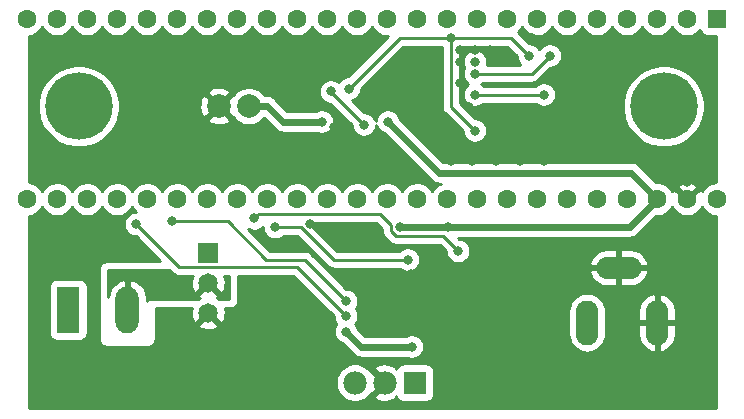
<source format=gbr>
%TF.GenerationSoftware,KiCad,Pcbnew,(5.1.8-0-10_14)*%
%TF.CreationDate,2021-01-27T14:23:45+11:00*%
%TF.ProjectId,Open-JIP(KiCad)_T3.6,4f70656e-2d4a-4495-9028-4b6943616429,rev?*%
%TF.SameCoordinates,Original*%
%TF.FileFunction,Copper,L2,Bot*%
%TF.FilePolarity,Positive*%
%FSLAX46Y46*%
G04 Gerber Fmt 4.6, Leading zero omitted, Abs format (unit mm)*
G04 Created by KiCad (PCBNEW (5.1.8-0-10_14)) date 2021-01-27 14:23:45*
%MOMM*%
%LPD*%
G01*
G04 APERTURE LIST*
%TA.AperFunction,ComponentPad*%
%ADD10C,5.700000*%
%TD*%
%TA.AperFunction,ComponentPad*%
%ADD11C,1.600000*%
%TD*%
%TA.AperFunction,ComponentPad*%
%ADD12R,1.600000X1.600000*%
%TD*%
%TA.AperFunction,ComponentPad*%
%ADD13O,1.900000X3.800000*%
%TD*%
%TA.AperFunction,ComponentPad*%
%ADD14O,3.800000X1.900000*%
%TD*%
%TA.AperFunction,ComponentPad*%
%ADD15R,1.651000X1.651000*%
%TD*%
%TA.AperFunction,ComponentPad*%
%ADD16C,1.651000*%
%TD*%
%TA.AperFunction,ComponentPad*%
%ADD17C,2.000000*%
%TD*%
%TA.AperFunction,ComponentPad*%
%ADD18R,1.980000X3.960000*%
%TD*%
%TA.AperFunction,ComponentPad*%
%ADD19O,1.980000X3.960000*%
%TD*%
%TA.AperFunction,ComponentPad*%
%ADD20R,1.980000X1.980000*%
%TD*%
%TA.AperFunction,ComponentPad*%
%ADD21C,1.980000*%
%TD*%
%TA.AperFunction,ViaPad*%
%ADD22C,0.800000*%
%TD*%
%TA.AperFunction,Conductor*%
%ADD23C,0.250000*%
%TD*%
%TA.AperFunction,Conductor*%
%ADD24C,0.600000*%
%TD*%
%TA.AperFunction,Conductor*%
%ADD25C,0.254000*%
%TD*%
%TA.AperFunction,Conductor*%
%ADD26C,0.100000*%
%TD*%
G04 APERTURE END LIST*
D10*
%TO.P,REF\u002A\u002A,1*%
%TO.N,N/C*%
X184912000Y-82000000D03*
%TD*%
D11*
%TO.P,U5,17*%
%TO.N,Net-(U5-Pad17)*%
X148795001Y-74645001D03*
%TO.P,U5,18*%
%TO.N,Net-(U5-Pad18)*%
X146255001Y-74645001D03*
%TO.P,U5,19*%
%TO.N,Net-(U5-Pad19)*%
X143715001Y-74645001D03*
%TO.P,U5,20*%
%TO.N,Net-(U5-Pad20)*%
X141175001Y-74645001D03*
%TO.P,U5,16*%
%TO.N,Net-(U5-Pad16)*%
X151335001Y-74645001D03*
%TO.P,U5,15*%
%TO.N,Net-(U5-Pad15)*%
X153875001Y-74645001D03*
%TO.P,U5,14*%
%TO.N,Net-(U5-Pad14)*%
X156415001Y-74645001D03*
%TO.P,U5,21*%
%TO.N,ActinicGain1*%
X138635001Y-74645001D03*
%TO.P,U5,22*%
%TO.N,Net-(U5-Pad22)*%
X136095001Y-74645001D03*
%TO.P,U5,23*%
%TO.N,Net-(U5-Pad23)*%
X133555001Y-74645001D03*
%TO.P,U5,24*%
%TO.N,Net-(U5-Pad24)*%
X131015001Y-74645001D03*
%TO.P,U5,30*%
%TO.N,Net-(U5-Pad30)*%
X131015001Y-89885001D03*
%TO.P,U5,31*%
%TO.N,Net-(U5-Pad31)*%
X133555001Y-89885001D03*
%TO.P,U5,32*%
%TO.N,Net-(U5-Pad32)*%
X136095001Y-89885001D03*
%TO.P,U5,33*%
%TO.N,ActinicGain3*%
X138635001Y-89885001D03*
%TO.P,U5,34*%
%TO.N,ActinicGain2*%
X141175001Y-89885001D03*
%TO.P,U5,35*%
%TO.N,Net-(U5-Pad35)*%
X143715001Y-89885001D03*
%TO.P,U5,36*%
%TO.N,Net-(U5-Pad36)*%
X146255001Y-89885001D03*
%TO.P,U5,37*%
%TO.N,Net-(U5-Pad37)*%
X148795001Y-89885001D03*
%TO.P,U5,13*%
%TO.N,Net-(U5-Pad13)*%
X158955001Y-74645001D03*
%TO.P,U5,12*%
%TO.N,ActinicGain4*%
X161495001Y-74645001D03*
%TO.P,U5,11*%
%TO.N,Net-(U5-Pad11)*%
X164035001Y-74645001D03*
%TO.P,U5,10*%
%TO.N,Net-(U5-Pad10)*%
X166575001Y-74645001D03*
%TO.P,U5,9*%
%TO.N,FluoroGain3*%
X169115001Y-74645001D03*
%TO.P,U5,8*%
%TO.N,FluoroGain2*%
X171655001Y-74645001D03*
%TO.P,U5,7*%
%TO.N,Net-(U5-Pad7)*%
X174195001Y-74645001D03*
%TO.P,U5,6*%
%TO.N,Net-(U5-Pad6)*%
X176735001Y-74645001D03*
%TO.P,U5,5*%
%TO.N,Net-(U5-Pad5)*%
X179275001Y-74645001D03*
%TO.P,U5,4*%
%TO.N,Net-(U5-Pad4)*%
X181815001Y-74645001D03*
%TO.P,U5,3*%
%TO.N,Net-(U5-Pad3)*%
X184355001Y-74645001D03*
%TO.P,U5,2*%
%TO.N,Net-(U5-Pad2)*%
X186895001Y-74645001D03*
D12*
%TO.P,U5,1*%
%TO.N,Net-(U5-Pad1)*%
X189435001Y-74645001D03*
D11*
%TO.P,U5,38*%
%TO.N,Net-(U5-Pad38)*%
X151335001Y-89885001D03*
%TO.P,U5,39*%
%TO.N,GND*%
X153875001Y-89885001D03*
%TO.P,U5,40*%
%TO.N,Net-(U5-Pad40)*%
X156415001Y-89885001D03*
%TO.P,U5,41*%
%TO.N,FluoroRead*%
X158955001Y-89885001D03*
%TO.P,U5,42*%
%TO.N,Net-(U5-Pad42)*%
X161495001Y-89885001D03*
%TO.P,U5,43*%
%TO.N,Net-(U5-Pad43)*%
X164035001Y-89885001D03*
%TO.P,U5,44*%
%TO.N,Net-(U5-Pad44)*%
X166575001Y-89885001D03*
%TO.P,U5,45*%
%TO.N,Net-(U5-Pad45)*%
X169115001Y-89885001D03*
%TO.P,U5,46*%
%TO.N,Net-(U5-Pad46)*%
X171655001Y-89885001D03*
%TO.P,U5,47*%
%TO.N,Net-(U5-Pad47)*%
X174195001Y-89885001D03*
%TO.P,U5,48*%
%TO.N,Net-(U5-Pad48)*%
X176735001Y-89885001D03*
%TO.P,U5,49*%
%TO.N,FluoroGain4*%
X179275001Y-89885001D03*
%TO.P,U5,50*%
%TO.N,FluoroGain1*%
X181815001Y-89885001D03*
%TO.P,U5,51*%
%TO.N,+3V3*%
X184355001Y-89885001D03*
%TO.P,U5,52*%
%TO.N,GNDA*%
X186895001Y-89885001D03*
%TO.P,U5,53*%
%TO.N,+5V*%
X189435001Y-89885001D03*
%TD*%
D10*
%TO.P,REF\u002A\u002A,1*%
%TO.N,N/C*%
X135382000Y-82000000D03*
%TD*%
D13*
%TO.P,J1,1*%
%TO.N,+15V*%
X178422000Y-100330000D03*
%TO.P,J1,2*%
%TO.N,GND*%
X184352000Y-100330000D03*
D14*
%TO.P,J1,3*%
X181102000Y-95680000D03*
%TD*%
D15*
%TO.P,CR1,1*%
%TO.N,/TrigOut*%
X146350000Y-94450000D03*
D16*
%TO.P,CR1,2*%
%TO.N,Net-(C7-Pad2)*%
X146350000Y-96990000D03*
%TO.P,CR1,3*%
%TO.N,GND*%
X146350000Y-99530000D03*
%TD*%
D17*
%TO.P,D1,1*%
%TO.N,GNDA*%
X147230000Y-82000000D03*
%TO.P,D1,2*%
%TO.N,/-IN*%
X149770000Y-82000000D03*
%TD*%
D18*
%TO.P,J2,1*%
%TO.N,Net-(C4-Pad2)*%
X134500000Y-99250000D03*
D19*
%TO.P,J2,2*%
%TO.N,Net-(C7-Pad2)*%
X139500000Y-99250000D03*
%TD*%
D20*
%TO.P,U3,1*%
%TO.N,+15V*%
X163830000Y-105410000D03*
D21*
%TO.P,U3,2*%
%TO.N,GND*%
X161290000Y-105410000D03*
%TO.P,U3,3*%
%TO.N,Net-(C4-Pad2)*%
X158750000Y-105410000D03*
%TD*%
D22*
%TO.N,*%
X168910000Y-78232000D03*
%TO.N,GNDA*%
X170180000Y-77216000D03*
X186895001Y-88440999D03*
X167386000Y-84328000D03*
X166878000Y-86614000D03*
X168656000Y-86614000D03*
X170688000Y-86614000D03*
X172720000Y-86614000D03*
X174752000Y-86614000D03*
X162560000Y-88138000D03*
X164338000Y-88138000D03*
X157000000Y-83750000D03*
X148082000Y-84328000D03*
X148336000Y-79502000D03*
X154686000Y-78486000D03*
X161544000Y-78740000D03*
X167640000Y-77216000D03*
X168910000Y-77216000D03*
X167640000Y-78232000D03*
X167640000Y-80010000D03*
X168402000Y-82042000D03*
X173736000Y-76200000D03*
X184912000Y-88138000D03*
X185420000Y-87122000D03*
X186690000Y-86868000D03*
X187960000Y-87122000D03*
X188214000Y-88138000D03*
X138750000Y-86750000D03*
X140750000Y-80500000D03*
X135000000Y-77250000D03*
X134250000Y-87000000D03*
X141500000Y-87000000D03*
X141000000Y-77500000D03*
X147500000Y-77500000D03*
X151250000Y-77500000D03*
X181250000Y-77500000D03*
X187000000Y-77500000D03*
X136500000Y-87000000D03*
X179250000Y-77500000D03*
X184500000Y-77500000D03*
X180250000Y-82000000D03*
X182000000Y-85750000D03*
%TO.N,GND*%
X162560000Y-99822000D03*
X154940000Y-91948000D03*
X168148000Y-101600000D03*
X169164000Y-93726000D03*
X171196000Y-93726000D03*
X173228000Y-93726000D03*
X175260000Y-93726000D03*
X152654000Y-102108000D03*
X157988000Y-92710000D03*
X165354000Y-102362000D03*
X171704000Y-94996000D03*
X175260000Y-94996000D03*
X173228000Y-94996000D03*
X183464000Y-92464000D03*
X183464000Y-93734000D03*
X182194000Y-93734000D03*
X180670000Y-93734000D03*
X179146000Y-93734000D03*
X163500000Y-96250000D03*
X133000000Y-92000000D03*
X136000000Y-92000000D03*
X138250000Y-92000000D03*
X156250000Y-100750000D03*
X158500000Y-97250000D03*
%TO.N,/Out*%
X159512000Y-83566000D03*
X156718150Y-80756505D03*
%TO.N,/-IN*%
X158242000Y-80518000D03*
X166878000Y-76200000D03*
X173482000Y-77724000D03*
X168910000Y-84074000D03*
X155956000Y-83312000D03*
%TO.N,+3V3*%
X161544000Y-83312000D03*
X166624000Y-92202000D03*
X162560000Y-92202000D03*
%TO.N,Net-(R6-Pad2)*%
X157988000Y-101092000D03*
X163576000Y-102362000D03*
%TO.N,Net-(R8-Pad2)*%
X174752000Y-81026000D03*
X168910000Y-81026000D03*
%TO.N,Net-(R10-Pad2)*%
X175260000Y-77724000D03*
X168910000Y-79248000D03*
%TO.N,ActinicGain2*%
X143250000Y-91750000D03*
X158000000Y-98500000D03*
%TO.N,ActinicGain3*%
X140250000Y-92000000D03*
X158000000Y-99750000D03*
%TO.N,ActinicGain4*%
X150250000Y-91500000D03*
X167500000Y-94250000D03*
%TO.N,ActinicGain1*%
X152000000Y-92250000D03*
X163250000Y-95000000D03*
%TD*%
D23*
%TO.N,/Out*%
X156718000Y-80772000D02*
X159512000Y-83566000D01*
%TO.N,/-IN*%
X158242000Y-80518000D02*
X162560000Y-76200000D01*
X162560000Y-76200000D02*
X166878000Y-76200000D01*
X171958000Y-76200000D02*
X166878000Y-76200000D01*
X173482000Y-77724000D02*
X171958000Y-76200000D01*
X166878000Y-82042000D02*
X166878000Y-76200000D01*
X168910000Y-84074000D02*
X166878000Y-82042000D01*
D24*
X149770000Y-82000000D02*
X151342000Y-82000000D01*
X151342000Y-82000000D02*
X152654000Y-83312000D01*
X152654000Y-83312000D02*
X155956000Y-83312000D01*
%TO.N,+3V3*%
X161544000Y-83312000D02*
X165862000Y-87630000D01*
X182100000Y-87630000D02*
X184355001Y-89885001D01*
X165862000Y-87630000D02*
X182100000Y-87630000D01*
X184355001Y-89885001D02*
X182038002Y-92202000D01*
X182038002Y-92202000D02*
X166624000Y-92202000D01*
X166624000Y-92202000D02*
X162560000Y-92202000D01*
%TO.N,Net-(R6-Pad2)*%
X157988000Y-101092000D02*
X159258000Y-102362000D01*
X159258000Y-102362000D02*
X163576000Y-102362000D01*
D23*
%TO.N,Net-(R8-Pad2)*%
X174752000Y-81026000D02*
X168910000Y-81026000D01*
%TO.N,Net-(R10-Pad2)*%
X175260000Y-77724000D02*
X173736000Y-79248000D01*
X173736000Y-79248000D02*
X168910000Y-79248000D01*
%TO.N,ActinicGain2*%
X143250000Y-91750000D02*
X148000000Y-91750000D01*
X148000000Y-91750000D02*
X151250000Y-95000000D01*
X151250000Y-95000000D02*
X154500000Y-95000000D01*
X154500000Y-95000000D02*
X158000000Y-98500000D01*
%TO.N,ActinicGain3*%
X143850501Y-95600501D02*
X153850501Y-95600501D01*
X140250000Y-92000000D02*
X143850501Y-95600501D01*
X153850501Y-95600501D02*
X158000000Y-99750000D01*
%TO.N,ActinicGain4*%
X166250000Y-93000000D02*
X167500000Y-94250000D01*
X162250000Y-93000000D02*
X166250000Y-93000000D01*
X161834999Y-92584999D02*
X162250000Y-93000000D01*
X161834999Y-92084999D02*
X161834999Y-92584999D01*
X160850001Y-91100001D02*
X161834999Y-92084999D01*
X150649999Y-91100001D02*
X160850001Y-91100001D01*
X150250000Y-91500000D02*
X150649999Y-91100001D01*
%TO.N,ActinicGain1*%
X154214999Y-92250000D02*
X156964999Y-95000000D01*
X152000000Y-92250000D02*
X154214999Y-92250000D01*
X156964999Y-95000000D02*
X163250000Y-95000000D01*
%TD*%
D25*
%TO.N,GND*%
X188320364Y-90799760D02*
X188520242Y-90999638D01*
X188755274Y-91156681D01*
X189016427Y-91264854D01*
X189293666Y-91320001D01*
X189357000Y-91320001D01*
X189357000Y-107519000D01*
X131191000Y-107519000D01*
X131191000Y-105249951D01*
X157125000Y-105249951D01*
X157125000Y-105570049D01*
X157187448Y-105883995D01*
X157309943Y-106179726D01*
X157487780Y-106445877D01*
X157714123Y-106672220D01*
X157980274Y-106850057D01*
X158276005Y-106972552D01*
X158589951Y-107035000D01*
X158910049Y-107035000D01*
X159223995Y-106972552D01*
X159519726Y-106850057D01*
X159785877Y-106672220D01*
X160012220Y-106445877D01*
X160088137Y-106332260D01*
X160161718Y-106358677D01*
X161110395Y-105410000D01*
X160161718Y-104461323D01*
X160088137Y-104487740D01*
X160012220Y-104374123D01*
X159919815Y-104281718D01*
X160341323Y-104281718D01*
X161290000Y-105230395D01*
X161304143Y-105216253D01*
X161483748Y-105395858D01*
X161469605Y-105410000D01*
X161483748Y-105424143D01*
X161304143Y-105603748D01*
X161290000Y-105589605D01*
X160341323Y-106538282D01*
X160435880Y-106801661D01*
X160723791Y-106941551D01*
X161033462Y-107022584D01*
X161352990Y-107041646D01*
X161670099Y-106998006D01*
X161972600Y-106893339D01*
X162144120Y-106801661D01*
X162227672Y-106568934D01*
X162250498Y-106644180D01*
X162309463Y-106754494D01*
X162388815Y-106851185D01*
X162485506Y-106930537D01*
X162595820Y-106989502D01*
X162715518Y-107025812D01*
X162840000Y-107038072D01*
X164820000Y-107038072D01*
X164944482Y-107025812D01*
X165064180Y-106989502D01*
X165174494Y-106930537D01*
X165271185Y-106851185D01*
X165350537Y-106754494D01*
X165409502Y-106644180D01*
X165445812Y-106524482D01*
X165458072Y-106400000D01*
X165458072Y-104420000D01*
X165445812Y-104295518D01*
X165409502Y-104175820D01*
X165350537Y-104065506D01*
X165271185Y-103968815D01*
X165174494Y-103889463D01*
X165064180Y-103830498D01*
X164944482Y-103794188D01*
X164820000Y-103781928D01*
X162840000Y-103781928D01*
X162715518Y-103794188D01*
X162595820Y-103830498D01*
X162485506Y-103889463D01*
X162388815Y-103968815D01*
X162309463Y-104065506D01*
X162250498Y-104175820D01*
X162227672Y-104251066D01*
X162144120Y-104018339D01*
X161856209Y-103878449D01*
X161546538Y-103797416D01*
X161227010Y-103778354D01*
X160909901Y-103821994D01*
X160607400Y-103926661D01*
X160435880Y-104018339D01*
X160341323Y-104281718D01*
X159919815Y-104281718D01*
X159785877Y-104147780D01*
X159519726Y-103969943D01*
X159223995Y-103847448D01*
X158910049Y-103785000D01*
X158589951Y-103785000D01*
X158276005Y-103847448D01*
X157980274Y-103969943D01*
X157714123Y-104147780D01*
X157487780Y-104374123D01*
X157309943Y-104640274D01*
X157187448Y-104936005D01*
X157125000Y-105249951D01*
X131191000Y-105249951D01*
X131191000Y-97270000D01*
X132871928Y-97270000D01*
X132871928Y-101230000D01*
X132884188Y-101354482D01*
X132920498Y-101474180D01*
X132979463Y-101584494D01*
X133058815Y-101681185D01*
X133155506Y-101760537D01*
X133265820Y-101819502D01*
X133385518Y-101855812D01*
X133510000Y-101868072D01*
X135490000Y-101868072D01*
X135614482Y-101855812D01*
X135734180Y-101819502D01*
X135844494Y-101760537D01*
X135941185Y-101681185D01*
X136020537Y-101584494D01*
X136079502Y-101474180D01*
X136115812Y-101354482D01*
X136128072Y-101230000D01*
X136128072Y-97270000D01*
X136115812Y-97145518D01*
X136079502Y-97025820D01*
X136020537Y-96915506D01*
X135941185Y-96818815D01*
X135844494Y-96739463D01*
X135734180Y-96680498D01*
X135614482Y-96644188D01*
X135490000Y-96631928D01*
X133510000Y-96631928D01*
X133385518Y-96644188D01*
X133265820Y-96680498D01*
X133155506Y-96739463D01*
X133058815Y-96818815D01*
X132979463Y-96915506D01*
X132920498Y-97025820D01*
X132884188Y-97145518D01*
X132871928Y-97270000D01*
X131191000Y-97270000D01*
X131191000Y-91313106D01*
X131433575Y-91264854D01*
X131694728Y-91156681D01*
X131929760Y-90999638D01*
X132129638Y-90799760D01*
X132285001Y-90567242D01*
X132440364Y-90799760D01*
X132640242Y-90999638D01*
X132875274Y-91156681D01*
X133136427Y-91264854D01*
X133413666Y-91320001D01*
X133696336Y-91320001D01*
X133973575Y-91264854D01*
X134234728Y-91156681D01*
X134469760Y-90999638D01*
X134669638Y-90799760D01*
X134825001Y-90567242D01*
X134980364Y-90799760D01*
X135180242Y-90999638D01*
X135415274Y-91156681D01*
X135676427Y-91264854D01*
X135953666Y-91320001D01*
X136236336Y-91320001D01*
X136513575Y-91264854D01*
X136774728Y-91156681D01*
X137009760Y-90999638D01*
X137209638Y-90799760D01*
X137365001Y-90567242D01*
X137520364Y-90799760D01*
X137720242Y-90999638D01*
X137955274Y-91156681D01*
X138216427Y-91264854D01*
X138493666Y-91320001D01*
X138776336Y-91320001D01*
X139053575Y-91264854D01*
X139314728Y-91156681D01*
X139549760Y-90999638D01*
X139749638Y-90799760D01*
X139905001Y-90567242D01*
X140060364Y-90799760D01*
X140225604Y-90965000D01*
X140148061Y-90965000D01*
X139948102Y-91004774D01*
X139759744Y-91082795D01*
X139590226Y-91196063D01*
X139446063Y-91340226D01*
X139332795Y-91509744D01*
X139254774Y-91698102D01*
X139215000Y-91898061D01*
X139215000Y-92101939D01*
X139254774Y-92301898D01*
X139332795Y-92490256D01*
X139446063Y-92659774D01*
X139590226Y-92803937D01*
X139759744Y-92917205D01*
X139948102Y-92995226D01*
X140148061Y-93035000D01*
X140210199Y-93035000D01*
X142290198Y-95115000D01*
X137750000Y-95115000D01*
X137626118Y-95127201D01*
X137506996Y-95163336D01*
X137397213Y-95222017D01*
X137300987Y-95300987D01*
X137222017Y-95397213D01*
X137163336Y-95506996D01*
X137127201Y-95626118D01*
X137115000Y-95750000D01*
X137115000Y-101750000D01*
X137127201Y-101873882D01*
X137163336Y-101993004D01*
X137222017Y-102102787D01*
X137300987Y-102199013D01*
X137397213Y-102277983D01*
X137506996Y-102336664D01*
X137626118Y-102372799D01*
X137750000Y-102385000D01*
X141250000Y-102385000D01*
X141373882Y-102372799D01*
X141493004Y-102336664D01*
X141602787Y-102277983D01*
X141699013Y-102199013D01*
X141777983Y-102102787D01*
X141836664Y-101993004D01*
X141872799Y-101873882D01*
X141885000Y-101750000D01*
X141885000Y-100540909D01*
X145518696Y-100540909D01*
X145593367Y-100787481D01*
X145853228Y-100910931D01*
X146132180Y-100981313D01*
X146419502Y-100995921D01*
X146704154Y-100954194D01*
X146975196Y-100857737D01*
X147106633Y-100787481D01*
X147181304Y-100540909D01*
X146350000Y-99709605D01*
X145518696Y-100540909D01*
X141885000Y-100540909D01*
X141885000Y-99135000D01*
X144943391Y-99135000D01*
X144898687Y-99312180D01*
X144884079Y-99599502D01*
X144925806Y-99884154D01*
X145022263Y-100155196D01*
X145092519Y-100286633D01*
X145339091Y-100361304D01*
X146170395Y-99530000D01*
X146156253Y-99515858D01*
X146335858Y-99336253D01*
X146350000Y-99350395D01*
X146364143Y-99336253D01*
X146543748Y-99515858D01*
X146529605Y-99530000D01*
X147360909Y-100361304D01*
X147607481Y-100286633D01*
X147730931Y-100026772D01*
X147801313Y-99747820D01*
X147815921Y-99460498D01*
X147774194Y-99175846D01*
X147759658Y-99135000D01*
X148250000Y-99135000D01*
X148373882Y-99122799D01*
X148493004Y-99086664D01*
X148602787Y-99027983D01*
X148699013Y-98949013D01*
X148777983Y-98852787D01*
X148836664Y-98743004D01*
X148872799Y-98623882D01*
X148885000Y-98500000D01*
X148885000Y-96360501D01*
X153535700Y-96360501D01*
X156965000Y-99789802D01*
X156965000Y-99851939D01*
X157004774Y-100051898D01*
X157082795Y-100240256D01*
X157196063Y-100409774D01*
X157201289Y-100415000D01*
X157184063Y-100432226D01*
X157070795Y-100601744D01*
X156992774Y-100790102D01*
X156953000Y-100990061D01*
X156953000Y-101193939D01*
X156992774Y-101393898D01*
X157070795Y-101582256D01*
X157184063Y-101751774D01*
X157328226Y-101895937D01*
X157497744Y-102009205D01*
X157643142Y-102069431D01*
X158564374Y-102990664D01*
X158593656Y-103026344D01*
X158736028Y-103143186D01*
X158898460Y-103230007D01*
X159021243Y-103267253D01*
X159074707Y-103283471D01*
X159257999Y-103301524D01*
X159303931Y-103297000D01*
X163128705Y-103297000D01*
X163274102Y-103357226D01*
X163474061Y-103397000D01*
X163677939Y-103397000D01*
X163877898Y-103357226D01*
X164066256Y-103279205D01*
X164235774Y-103165937D01*
X164379937Y-103021774D01*
X164493205Y-102852256D01*
X164571226Y-102663898D01*
X164611000Y-102463939D01*
X164611000Y-102260061D01*
X164571226Y-102060102D01*
X164493205Y-101871744D01*
X164379937Y-101702226D01*
X164235774Y-101558063D01*
X164066256Y-101444795D01*
X163877898Y-101366774D01*
X163677939Y-101327000D01*
X163474061Y-101327000D01*
X163274102Y-101366774D01*
X163128705Y-101427000D01*
X159645290Y-101427000D01*
X158965431Y-100747142D01*
X158905205Y-100601744D01*
X158791937Y-100432226D01*
X158786711Y-100427000D01*
X158803937Y-100409774D01*
X158917205Y-100240256D01*
X158995226Y-100051898D01*
X159035000Y-99851939D01*
X159035000Y-99648061D01*
X158995226Y-99448102D01*
X158934765Y-99302137D01*
X176837000Y-99302137D01*
X176837001Y-101357864D01*
X176859935Y-101590714D01*
X176950567Y-101889488D01*
X177097745Y-102164839D01*
X177295814Y-102406187D01*
X177537162Y-102604256D01*
X177812513Y-102751434D01*
X178111287Y-102842066D01*
X178422000Y-102872669D01*
X178732714Y-102842066D01*
X179031488Y-102751434D01*
X179306839Y-102604256D01*
X179548187Y-102406187D01*
X179746256Y-102164839D01*
X179893434Y-101889488D01*
X179984066Y-101590714D01*
X180007000Y-101357864D01*
X180007000Y-100457000D01*
X182767000Y-100457000D01*
X182767000Y-101407000D01*
X182822232Y-101713778D01*
X182936252Y-102003886D01*
X183104678Y-102266175D01*
X183321038Y-102490566D01*
X183577017Y-102668436D01*
X183862779Y-102792949D01*
X183979412Y-102820586D01*
X184225000Y-102700584D01*
X184225000Y-100457000D01*
X184479000Y-100457000D01*
X184479000Y-102700584D01*
X184724588Y-102820586D01*
X184841221Y-102792949D01*
X185126983Y-102668436D01*
X185382962Y-102490566D01*
X185599322Y-102266175D01*
X185767748Y-102003886D01*
X185881768Y-101713778D01*
X185937000Y-101407000D01*
X185937000Y-100457000D01*
X184479000Y-100457000D01*
X184225000Y-100457000D01*
X182767000Y-100457000D01*
X180007000Y-100457000D01*
X180007000Y-99302136D01*
X180002161Y-99253000D01*
X182767000Y-99253000D01*
X182767000Y-100203000D01*
X184225000Y-100203000D01*
X184225000Y-97959416D01*
X184479000Y-97959416D01*
X184479000Y-100203000D01*
X185937000Y-100203000D01*
X185937000Y-99253000D01*
X185881768Y-98946222D01*
X185767748Y-98656114D01*
X185599322Y-98393825D01*
X185382962Y-98169434D01*
X185126983Y-97991564D01*
X184841221Y-97867051D01*
X184724588Y-97839414D01*
X184479000Y-97959416D01*
X184225000Y-97959416D01*
X183979412Y-97839414D01*
X183862779Y-97867051D01*
X183577017Y-97991564D01*
X183321038Y-98169434D01*
X183104678Y-98393825D01*
X182936252Y-98656114D01*
X182822232Y-98946222D01*
X182767000Y-99253000D01*
X180002161Y-99253000D01*
X179984066Y-99069286D01*
X179893434Y-98770512D01*
X179746256Y-98495161D01*
X179548187Y-98253813D01*
X179306838Y-98055744D01*
X179031487Y-97908566D01*
X178732713Y-97817934D01*
X178422000Y-97787331D01*
X178111286Y-97817934D01*
X177812512Y-97908566D01*
X177537161Y-98055744D01*
X177295813Y-98253813D01*
X177097744Y-98495162D01*
X176950566Y-98770513D01*
X176859934Y-99069287D01*
X176837000Y-99302137D01*
X158934765Y-99302137D01*
X158917205Y-99259744D01*
X158827172Y-99125000D01*
X158917205Y-98990256D01*
X158995226Y-98801898D01*
X159035000Y-98601939D01*
X159035000Y-98398061D01*
X158995226Y-98198102D01*
X158917205Y-98009744D01*
X158803937Y-97840226D01*
X158659774Y-97696063D01*
X158490256Y-97582795D01*
X158301898Y-97504774D01*
X158101939Y-97465000D01*
X158039803Y-97465000D01*
X156627391Y-96052588D01*
X178611414Y-96052588D01*
X178639051Y-96169221D01*
X178763564Y-96454983D01*
X178941434Y-96710962D01*
X179165825Y-96927322D01*
X179428114Y-97095748D01*
X179718222Y-97209768D01*
X180025000Y-97265000D01*
X180975000Y-97265000D01*
X180975000Y-95807000D01*
X181229000Y-95807000D01*
X181229000Y-97265000D01*
X182179000Y-97265000D01*
X182485778Y-97209768D01*
X182775886Y-97095748D01*
X183038175Y-96927322D01*
X183262566Y-96710962D01*
X183440436Y-96454983D01*
X183564949Y-96169221D01*
X183592586Y-96052588D01*
X183472584Y-95807000D01*
X181229000Y-95807000D01*
X180975000Y-95807000D01*
X178731416Y-95807000D01*
X178611414Y-96052588D01*
X156627391Y-96052588D01*
X155063804Y-94489003D01*
X155040001Y-94459999D01*
X154924276Y-94365026D01*
X154792247Y-94294454D01*
X154648986Y-94250997D01*
X154537333Y-94240000D01*
X154537322Y-94240000D01*
X154500000Y-94236324D01*
X154462678Y-94240000D01*
X151564802Y-94240000D01*
X149706289Y-92381488D01*
X149759744Y-92417205D01*
X149948102Y-92495226D01*
X150148061Y-92535000D01*
X150351939Y-92535000D01*
X150551898Y-92495226D01*
X150740256Y-92417205D01*
X150909774Y-92303937D01*
X150965000Y-92248711D01*
X150965000Y-92351939D01*
X151004774Y-92551898D01*
X151082795Y-92740256D01*
X151196063Y-92909774D01*
X151340226Y-93053937D01*
X151509744Y-93167205D01*
X151698102Y-93245226D01*
X151898061Y-93285000D01*
X152101939Y-93285000D01*
X152301898Y-93245226D01*
X152490256Y-93167205D01*
X152659774Y-93053937D01*
X152703711Y-93010000D01*
X153900198Y-93010000D01*
X156401199Y-95511002D01*
X156424998Y-95540001D01*
X156540723Y-95634974D01*
X156672752Y-95705546D01*
X156816013Y-95749003D01*
X156927666Y-95760000D01*
X156927675Y-95760000D01*
X156964998Y-95763676D01*
X157002321Y-95760000D01*
X162546289Y-95760000D01*
X162590226Y-95803937D01*
X162759744Y-95917205D01*
X162948102Y-95995226D01*
X163148061Y-96035000D01*
X163351939Y-96035000D01*
X163551898Y-95995226D01*
X163740256Y-95917205D01*
X163909774Y-95803937D01*
X164053937Y-95659774D01*
X164167205Y-95490256D01*
X164242942Y-95307412D01*
X178611414Y-95307412D01*
X178731416Y-95553000D01*
X180975000Y-95553000D01*
X180975000Y-94095000D01*
X181229000Y-94095000D01*
X181229000Y-95553000D01*
X183472584Y-95553000D01*
X183592586Y-95307412D01*
X183564949Y-95190779D01*
X183440436Y-94905017D01*
X183262566Y-94649038D01*
X183038175Y-94432678D01*
X182775886Y-94264252D01*
X182485778Y-94150232D01*
X182179000Y-94095000D01*
X181229000Y-94095000D01*
X180975000Y-94095000D01*
X180025000Y-94095000D01*
X179718222Y-94150232D01*
X179428114Y-94264252D01*
X179165825Y-94432678D01*
X178941434Y-94649038D01*
X178763564Y-94905017D01*
X178639051Y-95190779D01*
X178611414Y-95307412D01*
X164242942Y-95307412D01*
X164245226Y-95301898D01*
X164285000Y-95101939D01*
X164285000Y-94898061D01*
X164245226Y-94698102D01*
X164167205Y-94509744D01*
X164053937Y-94340226D01*
X163909774Y-94196063D01*
X163740256Y-94082795D01*
X163551898Y-94004774D01*
X163351939Y-93965000D01*
X163148061Y-93965000D01*
X162948102Y-94004774D01*
X162759744Y-94082795D01*
X162590226Y-94196063D01*
X162546289Y-94240000D01*
X157279801Y-94240000D01*
X154899801Y-91860001D01*
X160535200Y-91860001D01*
X161074999Y-92399801D01*
X161074999Y-92547677D01*
X161071323Y-92584999D01*
X161074999Y-92622321D01*
X161074999Y-92622332D01*
X161085996Y-92733985D01*
X161129453Y-92877246D01*
X161200025Y-93009275D01*
X161294999Y-93125000D01*
X161323997Y-93148798D01*
X161686196Y-93510997D01*
X161709999Y-93540001D01*
X161825724Y-93634974D01*
X161957753Y-93705546D01*
X162101014Y-93749003D01*
X162212667Y-93760000D01*
X162212676Y-93760000D01*
X162249999Y-93763676D01*
X162287322Y-93760000D01*
X165935199Y-93760000D01*
X166465000Y-94289802D01*
X166465000Y-94351939D01*
X166504774Y-94551898D01*
X166582795Y-94740256D01*
X166696063Y-94909774D01*
X166840226Y-95053937D01*
X167009744Y-95167205D01*
X167198102Y-95245226D01*
X167398061Y-95285000D01*
X167601939Y-95285000D01*
X167801898Y-95245226D01*
X167990256Y-95167205D01*
X168159774Y-95053937D01*
X168303937Y-94909774D01*
X168417205Y-94740256D01*
X168495226Y-94551898D01*
X168535000Y-94351939D01*
X168535000Y-94148061D01*
X168495226Y-93948102D01*
X168417205Y-93759744D01*
X168303937Y-93590226D01*
X168159774Y-93446063D01*
X167990256Y-93332795D01*
X167801898Y-93254774D01*
X167601939Y-93215000D01*
X167539802Y-93215000D01*
X167461802Y-93137000D01*
X181992070Y-93137000D01*
X182038002Y-93141524D01*
X182083934Y-93137000D01*
X182221294Y-93123471D01*
X182397542Y-93070007D01*
X182559974Y-92983186D01*
X182702346Y-92866344D01*
X182731632Y-92830659D01*
X184242291Y-91320001D01*
X184496336Y-91320001D01*
X184773575Y-91264854D01*
X185034728Y-91156681D01*
X185269760Y-90999638D01*
X185469638Y-90799760D01*
X185625001Y-90567242D01*
X185780364Y-90799760D01*
X185980242Y-90999638D01*
X186215274Y-91156681D01*
X186476427Y-91264854D01*
X186753666Y-91320001D01*
X187036336Y-91320001D01*
X187313575Y-91264854D01*
X187574728Y-91156681D01*
X187809760Y-90999638D01*
X188009638Y-90799760D01*
X188165001Y-90567242D01*
X188320364Y-90799760D01*
%TA.AperFunction,Conductor*%
D26*
G36*
X188320364Y-90799760D02*
G01*
X188520242Y-90999638D01*
X188755274Y-91156681D01*
X189016427Y-91264854D01*
X189293666Y-91320001D01*
X189357000Y-91320001D01*
X189357000Y-107519000D01*
X131191000Y-107519000D01*
X131191000Y-105249951D01*
X157125000Y-105249951D01*
X157125000Y-105570049D01*
X157187448Y-105883995D01*
X157309943Y-106179726D01*
X157487780Y-106445877D01*
X157714123Y-106672220D01*
X157980274Y-106850057D01*
X158276005Y-106972552D01*
X158589951Y-107035000D01*
X158910049Y-107035000D01*
X159223995Y-106972552D01*
X159519726Y-106850057D01*
X159785877Y-106672220D01*
X160012220Y-106445877D01*
X160088137Y-106332260D01*
X160161718Y-106358677D01*
X161110395Y-105410000D01*
X160161718Y-104461323D01*
X160088137Y-104487740D01*
X160012220Y-104374123D01*
X159919815Y-104281718D01*
X160341323Y-104281718D01*
X161290000Y-105230395D01*
X161304143Y-105216253D01*
X161483748Y-105395858D01*
X161469605Y-105410000D01*
X161483748Y-105424143D01*
X161304143Y-105603748D01*
X161290000Y-105589605D01*
X160341323Y-106538282D01*
X160435880Y-106801661D01*
X160723791Y-106941551D01*
X161033462Y-107022584D01*
X161352990Y-107041646D01*
X161670099Y-106998006D01*
X161972600Y-106893339D01*
X162144120Y-106801661D01*
X162227672Y-106568934D01*
X162250498Y-106644180D01*
X162309463Y-106754494D01*
X162388815Y-106851185D01*
X162485506Y-106930537D01*
X162595820Y-106989502D01*
X162715518Y-107025812D01*
X162840000Y-107038072D01*
X164820000Y-107038072D01*
X164944482Y-107025812D01*
X165064180Y-106989502D01*
X165174494Y-106930537D01*
X165271185Y-106851185D01*
X165350537Y-106754494D01*
X165409502Y-106644180D01*
X165445812Y-106524482D01*
X165458072Y-106400000D01*
X165458072Y-104420000D01*
X165445812Y-104295518D01*
X165409502Y-104175820D01*
X165350537Y-104065506D01*
X165271185Y-103968815D01*
X165174494Y-103889463D01*
X165064180Y-103830498D01*
X164944482Y-103794188D01*
X164820000Y-103781928D01*
X162840000Y-103781928D01*
X162715518Y-103794188D01*
X162595820Y-103830498D01*
X162485506Y-103889463D01*
X162388815Y-103968815D01*
X162309463Y-104065506D01*
X162250498Y-104175820D01*
X162227672Y-104251066D01*
X162144120Y-104018339D01*
X161856209Y-103878449D01*
X161546538Y-103797416D01*
X161227010Y-103778354D01*
X160909901Y-103821994D01*
X160607400Y-103926661D01*
X160435880Y-104018339D01*
X160341323Y-104281718D01*
X159919815Y-104281718D01*
X159785877Y-104147780D01*
X159519726Y-103969943D01*
X159223995Y-103847448D01*
X158910049Y-103785000D01*
X158589951Y-103785000D01*
X158276005Y-103847448D01*
X157980274Y-103969943D01*
X157714123Y-104147780D01*
X157487780Y-104374123D01*
X157309943Y-104640274D01*
X157187448Y-104936005D01*
X157125000Y-105249951D01*
X131191000Y-105249951D01*
X131191000Y-97270000D01*
X132871928Y-97270000D01*
X132871928Y-101230000D01*
X132884188Y-101354482D01*
X132920498Y-101474180D01*
X132979463Y-101584494D01*
X133058815Y-101681185D01*
X133155506Y-101760537D01*
X133265820Y-101819502D01*
X133385518Y-101855812D01*
X133510000Y-101868072D01*
X135490000Y-101868072D01*
X135614482Y-101855812D01*
X135734180Y-101819502D01*
X135844494Y-101760537D01*
X135941185Y-101681185D01*
X136020537Y-101584494D01*
X136079502Y-101474180D01*
X136115812Y-101354482D01*
X136128072Y-101230000D01*
X136128072Y-97270000D01*
X136115812Y-97145518D01*
X136079502Y-97025820D01*
X136020537Y-96915506D01*
X135941185Y-96818815D01*
X135844494Y-96739463D01*
X135734180Y-96680498D01*
X135614482Y-96644188D01*
X135490000Y-96631928D01*
X133510000Y-96631928D01*
X133385518Y-96644188D01*
X133265820Y-96680498D01*
X133155506Y-96739463D01*
X133058815Y-96818815D01*
X132979463Y-96915506D01*
X132920498Y-97025820D01*
X132884188Y-97145518D01*
X132871928Y-97270000D01*
X131191000Y-97270000D01*
X131191000Y-91313106D01*
X131433575Y-91264854D01*
X131694728Y-91156681D01*
X131929760Y-90999638D01*
X132129638Y-90799760D01*
X132285001Y-90567242D01*
X132440364Y-90799760D01*
X132640242Y-90999638D01*
X132875274Y-91156681D01*
X133136427Y-91264854D01*
X133413666Y-91320001D01*
X133696336Y-91320001D01*
X133973575Y-91264854D01*
X134234728Y-91156681D01*
X134469760Y-90999638D01*
X134669638Y-90799760D01*
X134825001Y-90567242D01*
X134980364Y-90799760D01*
X135180242Y-90999638D01*
X135415274Y-91156681D01*
X135676427Y-91264854D01*
X135953666Y-91320001D01*
X136236336Y-91320001D01*
X136513575Y-91264854D01*
X136774728Y-91156681D01*
X137009760Y-90999638D01*
X137209638Y-90799760D01*
X137365001Y-90567242D01*
X137520364Y-90799760D01*
X137720242Y-90999638D01*
X137955274Y-91156681D01*
X138216427Y-91264854D01*
X138493666Y-91320001D01*
X138776336Y-91320001D01*
X139053575Y-91264854D01*
X139314728Y-91156681D01*
X139549760Y-90999638D01*
X139749638Y-90799760D01*
X139905001Y-90567242D01*
X140060364Y-90799760D01*
X140225604Y-90965000D01*
X140148061Y-90965000D01*
X139948102Y-91004774D01*
X139759744Y-91082795D01*
X139590226Y-91196063D01*
X139446063Y-91340226D01*
X139332795Y-91509744D01*
X139254774Y-91698102D01*
X139215000Y-91898061D01*
X139215000Y-92101939D01*
X139254774Y-92301898D01*
X139332795Y-92490256D01*
X139446063Y-92659774D01*
X139590226Y-92803937D01*
X139759744Y-92917205D01*
X139948102Y-92995226D01*
X140148061Y-93035000D01*
X140210199Y-93035000D01*
X142290198Y-95115000D01*
X137750000Y-95115000D01*
X137626118Y-95127201D01*
X137506996Y-95163336D01*
X137397213Y-95222017D01*
X137300987Y-95300987D01*
X137222017Y-95397213D01*
X137163336Y-95506996D01*
X137127201Y-95626118D01*
X137115000Y-95750000D01*
X137115000Y-101750000D01*
X137127201Y-101873882D01*
X137163336Y-101993004D01*
X137222017Y-102102787D01*
X137300987Y-102199013D01*
X137397213Y-102277983D01*
X137506996Y-102336664D01*
X137626118Y-102372799D01*
X137750000Y-102385000D01*
X141250000Y-102385000D01*
X141373882Y-102372799D01*
X141493004Y-102336664D01*
X141602787Y-102277983D01*
X141699013Y-102199013D01*
X141777983Y-102102787D01*
X141836664Y-101993004D01*
X141872799Y-101873882D01*
X141885000Y-101750000D01*
X141885000Y-100540909D01*
X145518696Y-100540909D01*
X145593367Y-100787481D01*
X145853228Y-100910931D01*
X146132180Y-100981313D01*
X146419502Y-100995921D01*
X146704154Y-100954194D01*
X146975196Y-100857737D01*
X147106633Y-100787481D01*
X147181304Y-100540909D01*
X146350000Y-99709605D01*
X145518696Y-100540909D01*
X141885000Y-100540909D01*
X141885000Y-99135000D01*
X144943391Y-99135000D01*
X144898687Y-99312180D01*
X144884079Y-99599502D01*
X144925806Y-99884154D01*
X145022263Y-100155196D01*
X145092519Y-100286633D01*
X145339091Y-100361304D01*
X146170395Y-99530000D01*
X146156253Y-99515858D01*
X146335858Y-99336253D01*
X146350000Y-99350395D01*
X146364143Y-99336253D01*
X146543748Y-99515858D01*
X146529605Y-99530000D01*
X147360909Y-100361304D01*
X147607481Y-100286633D01*
X147730931Y-100026772D01*
X147801313Y-99747820D01*
X147815921Y-99460498D01*
X147774194Y-99175846D01*
X147759658Y-99135000D01*
X148250000Y-99135000D01*
X148373882Y-99122799D01*
X148493004Y-99086664D01*
X148602787Y-99027983D01*
X148699013Y-98949013D01*
X148777983Y-98852787D01*
X148836664Y-98743004D01*
X148872799Y-98623882D01*
X148885000Y-98500000D01*
X148885000Y-96360501D01*
X153535700Y-96360501D01*
X156965000Y-99789802D01*
X156965000Y-99851939D01*
X157004774Y-100051898D01*
X157082795Y-100240256D01*
X157196063Y-100409774D01*
X157201289Y-100415000D01*
X157184063Y-100432226D01*
X157070795Y-100601744D01*
X156992774Y-100790102D01*
X156953000Y-100990061D01*
X156953000Y-101193939D01*
X156992774Y-101393898D01*
X157070795Y-101582256D01*
X157184063Y-101751774D01*
X157328226Y-101895937D01*
X157497744Y-102009205D01*
X157643142Y-102069431D01*
X158564374Y-102990664D01*
X158593656Y-103026344D01*
X158736028Y-103143186D01*
X158898460Y-103230007D01*
X159021243Y-103267253D01*
X159074707Y-103283471D01*
X159257999Y-103301524D01*
X159303931Y-103297000D01*
X163128705Y-103297000D01*
X163274102Y-103357226D01*
X163474061Y-103397000D01*
X163677939Y-103397000D01*
X163877898Y-103357226D01*
X164066256Y-103279205D01*
X164235774Y-103165937D01*
X164379937Y-103021774D01*
X164493205Y-102852256D01*
X164571226Y-102663898D01*
X164611000Y-102463939D01*
X164611000Y-102260061D01*
X164571226Y-102060102D01*
X164493205Y-101871744D01*
X164379937Y-101702226D01*
X164235774Y-101558063D01*
X164066256Y-101444795D01*
X163877898Y-101366774D01*
X163677939Y-101327000D01*
X163474061Y-101327000D01*
X163274102Y-101366774D01*
X163128705Y-101427000D01*
X159645290Y-101427000D01*
X158965431Y-100747142D01*
X158905205Y-100601744D01*
X158791937Y-100432226D01*
X158786711Y-100427000D01*
X158803937Y-100409774D01*
X158917205Y-100240256D01*
X158995226Y-100051898D01*
X159035000Y-99851939D01*
X159035000Y-99648061D01*
X158995226Y-99448102D01*
X158934765Y-99302137D01*
X176837000Y-99302137D01*
X176837001Y-101357864D01*
X176859935Y-101590714D01*
X176950567Y-101889488D01*
X177097745Y-102164839D01*
X177295814Y-102406187D01*
X177537162Y-102604256D01*
X177812513Y-102751434D01*
X178111287Y-102842066D01*
X178422000Y-102872669D01*
X178732714Y-102842066D01*
X179031488Y-102751434D01*
X179306839Y-102604256D01*
X179548187Y-102406187D01*
X179746256Y-102164839D01*
X179893434Y-101889488D01*
X179984066Y-101590714D01*
X180007000Y-101357864D01*
X180007000Y-100457000D01*
X182767000Y-100457000D01*
X182767000Y-101407000D01*
X182822232Y-101713778D01*
X182936252Y-102003886D01*
X183104678Y-102266175D01*
X183321038Y-102490566D01*
X183577017Y-102668436D01*
X183862779Y-102792949D01*
X183979412Y-102820586D01*
X184225000Y-102700584D01*
X184225000Y-100457000D01*
X184479000Y-100457000D01*
X184479000Y-102700584D01*
X184724588Y-102820586D01*
X184841221Y-102792949D01*
X185126983Y-102668436D01*
X185382962Y-102490566D01*
X185599322Y-102266175D01*
X185767748Y-102003886D01*
X185881768Y-101713778D01*
X185937000Y-101407000D01*
X185937000Y-100457000D01*
X184479000Y-100457000D01*
X184225000Y-100457000D01*
X182767000Y-100457000D01*
X180007000Y-100457000D01*
X180007000Y-99302136D01*
X180002161Y-99253000D01*
X182767000Y-99253000D01*
X182767000Y-100203000D01*
X184225000Y-100203000D01*
X184225000Y-97959416D01*
X184479000Y-97959416D01*
X184479000Y-100203000D01*
X185937000Y-100203000D01*
X185937000Y-99253000D01*
X185881768Y-98946222D01*
X185767748Y-98656114D01*
X185599322Y-98393825D01*
X185382962Y-98169434D01*
X185126983Y-97991564D01*
X184841221Y-97867051D01*
X184724588Y-97839414D01*
X184479000Y-97959416D01*
X184225000Y-97959416D01*
X183979412Y-97839414D01*
X183862779Y-97867051D01*
X183577017Y-97991564D01*
X183321038Y-98169434D01*
X183104678Y-98393825D01*
X182936252Y-98656114D01*
X182822232Y-98946222D01*
X182767000Y-99253000D01*
X180002161Y-99253000D01*
X179984066Y-99069286D01*
X179893434Y-98770512D01*
X179746256Y-98495161D01*
X179548187Y-98253813D01*
X179306838Y-98055744D01*
X179031487Y-97908566D01*
X178732713Y-97817934D01*
X178422000Y-97787331D01*
X178111286Y-97817934D01*
X177812512Y-97908566D01*
X177537161Y-98055744D01*
X177295813Y-98253813D01*
X177097744Y-98495162D01*
X176950566Y-98770513D01*
X176859934Y-99069287D01*
X176837000Y-99302137D01*
X158934765Y-99302137D01*
X158917205Y-99259744D01*
X158827172Y-99125000D01*
X158917205Y-98990256D01*
X158995226Y-98801898D01*
X159035000Y-98601939D01*
X159035000Y-98398061D01*
X158995226Y-98198102D01*
X158917205Y-98009744D01*
X158803937Y-97840226D01*
X158659774Y-97696063D01*
X158490256Y-97582795D01*
X158301898Y-97504774D01*
X158101939Y-97465000D01*
X158039803Y-97465000D01*
X156627391Y-96052588D01*
X178611414Y-96052588D01*
X178639051Y-96169221D01*
X178763564Y-96454983D01*
X178941434Y-96710962D01*
X179165825Y-96927322D01*
X179428114Y-97095748D01*
X179718222Y-97209768D01*
X180025000Y-97265000D01*
X180975000Y-97265000D01*
X180975000Y-95807000D01*
X181229000Y-95807000D01*
X181229000Y-97265000D01*
X182179000Y-97265000D01*
X182485778Y-97209768D01*
X182775886Y-97095748D01*
X183038175Y-96927322D01*
X183262566Y-96710962D01*
X183440436Y-96454983D01*
X183564949Y-96169221D01*
X183592586Y-96052588D01*
X183472584Y-95807000D01*
X181229000Y-95807000D01*
X180975000Y-95807000D01*
X178731416Y-95807000D01*
X178611414Y-96052588D01*
X156627391Y-96052588D01*
X155063804Y-94489003D01*
X155040001Y-94459999D01*
X154924276Y-94365026D01*
X154792247Y-94294454D01*
X154648986Y-94250997D01*
X154537333Y-94240000D01*
X154537322Y-94240000D01*
X154500000Y-94236324D01*
X154462678Y-94240000D01*
X151564802Y-94240000D01*
X149706289Y-92381488D01*
X149759744Y-92417205D01*
X149948102Y-92495226D01*
X150148061Y-92535000D01*
X150351939Y-92535000D01*
X150551898Y-92495226D01*
X150740256Y-92417205D01*
X150909774Y-92303937D01*
X150965000Y-92248711D01*
X150965000Y-92351939D01*
X151004774Y-92551898D01*
X151082795Y-92740256D01*
X151196063Y-92909774D01*
X151340226Y-93053937D01*
X151509744Y-93167205D01*
X151698102Y-93245226D01*
X151898061Y-93285000D01*
X152101939Y-93285000D01*
X152301898Y-93245226D01*
X152490256Y-93167205D01*
X152659774Y-93053937D01*
X152703711Y-93010000D01*
X153900198Y-93010000D01*
X156401199Y-95511002D01*
X156424998Y-95540001D01*
X156540723Y-95634974D01*
X156672752Y-95705546D01*
X156816013Y-95749003D01*
X156927666Y-95760000D01*
X156927675Y-95760000D01*
X156964998Y-95763676D01*
X157002321Y-95760000D01*
X162546289Y-95760000D01*
X162590226Y-95803937D01*
X162759744Y-95917205D01*
X162948102Y-95995226D01*
X163148061Y-96035000D01*
X163351939Y-96035000D01*
X163551898Y-95995226D01*
X163740256Y-95917205D01*
X163909774Y-95803937D01*
X164053937Y-95659774D01*
X164167205Y-95490256D01*
X164242942Y-95307412D01*
X178611414Y-95307412D01*
X178731416Y-95553000D01*
X180975000Y-95553000D01*
X180975000Y-94095000D01*
X181229000Y-94095000D01*
X181229000Y-95553000D01*
X183472584Y-95553000D01*
X183592586Y-95307412D01*
X183564949Y-95190779D01*
X183440436Y-94905017D01*
X183262566Y-94649038D01*
X183038175Y-94432678D01*
X182775886Y-94264252D01*
X182485778Y-94150232D01*
X182179000Y-94095000D01*
X181229000Y-94095000D01*
X180975000Y-94095000D01*
X180025000Y-94095000D01*
X179718222Y-94150232D01*
X179428114Y-94264252D01*
X179165825Y-94432678D01*
X178941434Y-94649038D01*
X178763564Y-94905017D01*
X178639051Y-95190779D01*
X178611414Y-95307412D01*
X164242942Y-95307412D01*
X164245226Y-95301898D01*
X164285000Y-95101939D01*
X164285000Y-94898061D01*
X164245226Y-94698102D01*
X164167205Y-94509744D01*
X164053937Y-94340226D01*
X163909774Y-94196063D01*
X163740256Y-94082795D01*
X163551898Y-94004774D01*
X163351939Y-93965000D01*
X163148061Y-93965000D01*
X162948102Y-94004774D01*
X162759744Y-94082795D01*
X162590226Y-94196063D01*
X162546289Y-94240000D01*
X157279801Y-94240000D01*
X154899801Y-91860001D01*
X160535200Y-91860001D01*
X161074999Y-92399801D01*
X161074999Y-92547677D01*
X161071323Y-92584999D01*
X161074999Y-92622321D01*
X161074999Y-92622332D01*
X161085996Y-92733985D01*
X161129453Y-92877246D01*
X161200025Y-93009275D01*
X161294999Y-93125000D01*
X161323997Y-93148798D01*
X161686196Y-93510997D01*
X161709999Y-93540001D01*
X161825724Y-93634974D01*
X161957753Y-93705546D01*
X162101014Y-93749003D01*
X162212667Y-93760000D01*
X162212676Y-93760000D01*
X162249999Y-93763676D01*
X162287322Y-93760000D01*
X165935199Y-93760000D01*
X166465000Y-94289802D01*
X166465000Y-94351939D01*
X166504774Y-94551898D01*
X166582795Y-94740256D01*
X166696063Y-94909774D01*
X166840226Y-95053937D01*
X167009744Y-95167205D01*
X167198102Y-95245226D01*
X167398061Y-95285000D01*
X167601939Y-95285000D01*
X167801898Y-95245226D01*
X167990256Y-95167205D01*
X168159774Y-95053937D01*
X168303937Y-94909774D01*
X168417205Y-94740256D01*
X168495226Y-94551898D01*
X168535000Y-94351939D01*
X168535000Y-94148061D01*
X168495226Y-93948102D01*
X168417205Y-93759744D01*
X168303937Y-93590226D01*
X168159774Y-93446063D01*
X167990256Y-93332795D01*
X167801898Y-93254774D01*
X167601939Y-93215000D01*
X167539802Y-93215000D01*
X167461802Y-93137000D01*
X181992070Y-93137000D01*
X182038002Y-93141524D01*
X182083934Y-93137000D01*
X182221294Y-93123471D01*
X182397542Y-93070007D01*
X182559974Y-92983186D01*
X182702346Y-92866344D01*
X182731632Y-92830659D01*
X184242291Y-91320001D01*
X184496336Y-91320001D01*
X184773575Y-91264854D01*
X185034728Y-91156681D01*
X185269760Y-90999638D01*
X185469638Y-90799760D01*
X185625001Y-90567242D01*
X185780364Y-90799760D01*
X185980242Y-90999638D01*
X186215274Y-91156681D01*
X186476427Y-91264854D01*
X186753666Y-91320001D01*
X187036336Y-91320001D01*
X187313575Y-91264854D01*
X187574728Y-91156681D01*
X187809760Y-90999638D01*
X188009638Y-90799760D01*
X188165001Y-90567242D01*
X188320364Y-90799760D01*
G37*
%TD.AperFunction*%
%TD*%
D25*
%TO.N,GNDA*%
X185780364Y-75559760D02*
X185980242Y-75759638D01*
X186215274Y-75916681D01*
X186476427Y-76024854D01*
X186753666Y-76080001D01*
X187036336Y-76080001D01*
X187313575Y-76024854D01*
X187574728Y-75916681D01*
X187809760Y-75759638D01*
X188008358Y-75561040D01*
X188009189Y-75569483D01*
X188045499Y-75689181D01*
X188104464Y-75799495D01*
X188183816Y-75896186D01*
X188280507Y-75975538D01*
X188390821Y-76034503D01*
X188510519Y-76070813D01*
X188635001Y-76083073D01*
X189357000Y-76083073D01*
X189357000Y-88450001D01*
X189293666Y-88450001D01*
X189016427Y-88505148D01*
X188755274Y-88613321D01*
X188520242Y-88770364D01*
X188320364Y-88970242D01*
X188164086Y-89204129D01*
X188131672Y-89143487D01*
X187887703Y-89071904D01*
X187170607Y-89789000D01*
X186619395Y-89789000D01*
X185902299Y-89071904D01*
X185658330Y-89143487D01*
X185627807Y-89207993D01*
X185626681Y-89205274D01*
X185469638Y-88970242D01*
X185391695Y-88892299D01*
X186081904Y-88892299D01*
X186895001Y-89705396D01*
X187708098Y-88892299D01*
X187636515Y-88648330D01*
X187381005Y-88527430D01*
X187106817Y-88458701D01*
X186824489Y-88444784D01*
X186544871Y-88486214D01*
X186278709Y-88581398D01*
X186153487Y-88648330D01*
X186081904Y-88892299D01*
X185391695Y-88892299D01*
X185269760Y-88770364D01*
X185034728Y-88613321D01*
X184773575Y-88505148D01*
X184496336Y-88450001D01*
X184242291Y-88450001D01*
X182793630Y-87001341D01*
X182764344Y-86965656D01*
X182621972Y-86848814D01*
X182459540Y-86761993D01*
X182283292Y-86708529D01*
X182145932Y-86695000D01*
X182100000Y-86690476D01*
X182054068Y-86695000D01*
X166249290Y-86695000D01*
X162521431Y-82967142D01*
X162461205Y-82821744D01*
X162347937Y-82652226D01*
X162203774Y-82508063D01*
X162034256Y-82394795D01*
X161845898Y-82316774D01*
X161645939Y-82277000D01*
X161442061Y-82277000D01*
X161242102Y-82316774D01*
X161053744Y-82394795D01*
X160884226Y-82508063D01*
X160740063Y-82652226D01*
X160626795Y-82821744D01*
X160548774Y-83010102D01*
X160509000Y-83210061D01*
X160509000Y-83273021D01*
X160507226Y-83264102D01*
X160429205Y-83075744D01*
X160315937Y-82906226D01*
X160171774Y-82762063D01*
X160002256Y-82648795D01*
X159813898Y-82570774D01*
X159613939Y-82531000D01*
X159551802Y-82531000D01*
X158535665Y-81514864D01*
X158543898Y-81513226D01*
X158732256Y-81435205D01*
X158901774Y-81321937D01*
X159045937Y-81177774D01*
X159159205Y-81008256D01*
X159237226Y-80819898D01*
X159277000Y-80619939D01*
X159277000Y-80557801D01*
X162874802Y-76960000D01*
X166118001Y-76960000D01*
X166118000Y-82004677D01*
X166114324Y-82042000D01*
X166118000Y-82079322D01*
X166118000Y-82079332D01*
X166128997Y-82190985D01*
X166155089Y-82277000D01*
X166172454Y-82334246D01*
X166243026Y-82466276D01*
X166251755Y-82476912D01*
X166337999Y-82582001D01*
X166367003Y-82605804D01*
X167875000Y-84113802D01*
X167875000Y-84175939D01*
X167914774Y-84375898D01*
X167992795Y-84564256D01*
X168106063Y-84733774D01*
X168250226Y-84877937D01*
X168419744Y-84991205D01*
X168608102Y-85069226D01*
X168808061Y-85109000D01*
X169011939Y-85109000D01*
X169211898Y-85069226D01*
X169400256Y-84991205D01*
X169569774Y-84877937D01*
X169713937Y-84733774D01*
X169827205Y-84564256D01*
X169905226Y-84375898D01*
X169945000Y-84175939D01*
X169945000Y-83972061D01*
X169905226Y-83772102D01*
X169827205Y-83583744D01*
X169713937Y-83414226D01*
X169569774Y-83270063D01*
X169400256Y-83156795D01*
X169211898Y-83078774D01*
X169011939Y-83039000D01*
X168949802Y-83039000D01*
X167638000Y-81727199D01*
X167638000Y-76960000D01*
X171643199Y-76960000D01*
X172447000Y-77763802D01*
X172447000Y-77825939D01*
X172486774Y-78025898D01*
X172564795Y-78214256D01*
X172678063Y-78383774D01*
X172782289Y-78488000D01*
X169914356Y-78488000D01*
X169945000Y-78333939D01*
X169945000Y-78130061D01*
X169905226Y-77930102D01*
X169827205Y-77741744D01*
X169713937Y-77572226D01*
X169569774Y-77428063D01*
X169400256Y-77314795D01*
X169211898Y-77236774D01*
X169011939Y-77197000D01*
X168808061Y-77197000D01*
X168608102Y-77236774D01*
X168419744Y-77314795D01*
X168250226Y-77428063D01*
X168106063Y-77572226D01*
X167992795Y-77741744D01*
X167914774Y-77930102D01*
X167875000Y-78130061D01*
X167875000Y-78333939D01*
X167914774Y-78533898D01*
X167992795Y-78722256D01*
X168004651Y-78740000D01*
X167992795Y-78757744D01*
X167914774Y-78946102D01*
X167875000Y-79146061D01*
X167875000Y-79349939D01*
X167914774Y-79549898D01*
X167992795Y-79738256D01*
X168106063Y-79907774D01*
X168250226Y-80051937D01*
X168377532Y-80137000D01*
X168250226Y-80222063D01*
X168106063Y-80366226D01*
X167992795Y-80535744D01*
X167914774Y-80724102D01*
X167875000Y-80924061D01*
X167875000Y-81127939D01*
X167914774Y-81327898D01*
X167992795Y-81516256D01*
X168106063Y-81685774D01*
X168250226Y-81829937D01*
X168419744Y-81943205D01*
X168608102Y-82021226D01*
X168808061Y-82061000D01*
X169011939Y-82061000D01*
X169211898Y-82021226D01*
X169400256Y-81943205D01*
X169569774Y-81829937D01*
X169613711Y-81786000D01*
X174048289Y-81786000D01*
X174092226Y-81829937D01*
X174261744Y-81943205D01*
X174450102Y-82021226D01*
X174650061Y-82061000D01*
X174853939Y-82061000D01*
X175053898Y-82021226D01*
X175242256Y-81943205D01*
X175411774Y-81829937D01*
X175555937Y-81685774D01*
X175575324Y-81656758D01*
X181427000Y-81656758D01*
X181427000Y-82343242D01*
X181560927Y-83016537D01*
X181823633Y-83650766D01*
X182205024Y-84221558D01*
X182690442Y-84706976D01*
X183261234Y-85088367D01*
X183895463Y-85351073D01*
X184568758Y-85485000D01*
X185255242Y-85485000D01*
X185928537Y-85351073D01*
X186562766Y-85088367D01*
X187133558Y-84706976D01*
X187618976Y-84221558D01*
X188000367Y-83650766D01*
X188263073Y-83016537D01*
X188397000Y-82343242D01*
X188397000Y-81656758D01*
X188263073Y-80983463D01*
X188000367Y-80349234D01*
X187618976Y-79778442D01*
X187133558Y-79293024D01*
X186562766Y-78911633D01*
X185928537Y-78648927D01*
X185255242Y-78515000D01*
X184568758Y-78515000D01*
X183895463Y-78648927D01*
X183261234Y-78911633D01*
X182690442Y-79293024D01*
X182205024Y-79778442D01*
X181823633Y-80349234D01*
X181560927Y-80983463D01*
X181427000Y-81656758D01*
X175575324Y-81656758D01*
X175669205Y-81516256D01*
X175747226Y-81327898D01*
X175787000Y-81127939D01*
X175787000Y-80924061D01*
X175747226Y-80724102D01*
X175669205Y-80535744D01*
X175555937Y-80366226D01*
X175411774Y-80222063D01*
X175242256Y-80108795D01*
X175053898Y-80030774D01*
X174853939Y-79991000D01*
X174650061Y-79991000D01*
X174450102Y-80030774D01*
X174261744Y-80108795D01*
X174092226Y-80222063D01*
X174048289Y-80266000D01*
X169613711Y-80266000D01*
X169569774Y-80222063D01*
X169442468Y-80137000D01*
X169569774Y-80051937D01*
X169613711Y-80008000D01*
X173698678Y-80008000D01*
X173736000Y-80011676D01*
X173773322Y-80008000D01*
X173773333Y-80008000D01*
X173884986Y-79997003D01*
X174028247Y-79953546D01*
X174160276Y-79882974D01*
X174276001Y-79788001D01*
X174299803Y-79758998D01*
X175299802Y-78759000D01*
X175361939Y-78759000D01*
X175561898Y-78719226D01*
X175750256Y-78641205D01*
X175919774Y-78527937D01*
X176063937Y-78383774D01*
X176177205Y-78214256D01*
X176255226Y-78025898D01*
X176295000Y-77825939D01*
X176295000Y-77622061D01*
X176255226Y-77422102D01*
X176177205Y-77233744D01*
X176063937Y-77064226D01*
X175919774Y-76920063D01*
X175750256Y-76806795D01*
X175561898Y-76728774D01*
X175361939Y-76689000D01*
X175158061Y-76689000D01*
X174958102Y-76728774D01*
X174769744Y-76806795D01*
X174600226Y-76920063D01*
X174456063Y-77064226D01*
X174371000Y-77191532D01*
X174285937Y-77064226D01*
X174141774Y-76920063D01*
X173972256Y-76806795D01*
X173783898Y-76728774D01*
X173583939Y-76689000D01*
X173521802Y-76689000D01*
X172581100Y-75748298D01*
X172769638Y-75559760D01*
X172925001Y-75327242D01*
X173080364Y-75559760D01*
X173280242Y-75759638D01*
X173515274Y-75916681D01*
X173776427Y-76024854D01*
X174053666Y-76080001D01*
X174336336Y-76080001D01*
X174613575Y-76024854D01*
X174874728Y-75916681D01*
X175109760Y-75759638D01*
X175309638Y-75559760D01*
X175465001Y-75327242D01*
X175620364Y-75559760D01*
X175820242Y-75759638D01*
X176055274Y-75916681D01*
X176316427Y-76024854D01*
X176593666Y-76080001D01*
X176876336Y-76080001D01*
X177153575Y-76024854D01*
X177414728Y-75916681D01*
X177649760Y-75759638D01*
X177849638Y-75559760D01*
X178005001Y-75327242D01*
X178160364Y-75559760D01*
X178360242Y-75759638D01*
X178595274Y-75916681D01*
X178856427Y-76024854D01*
X179133666Y-76080001D01*
X179416336Y-76080001D01*
X179693575Y-76024854D01*
X179954728Y-75916681D01*
X180189760Y-75759638D01*
X180389638Y-75559760D01*
X180545001Y-75327242D01*
X180700364Y-75559760D01*
X180900242Y-75759638D01*
X181135274Y-75916681D01*
X181396427Y-76024854D01*
X181673666Y-76080001D01*
X181956336Y-76080001D01*
X182233575Y-76024854D01*
X182494728Y-75916681D01*
X182729760Y-75759638D01*
X182929638Y-75559760D01*
X183085001Y-75327242D01*
X183240364Y-75559760D01*
X183440242Y-75759638D01*
X183675274Y-75916681D01*
X183936427Y-76024854D01*
X184213666Y-76080001D01*
X184496336Y-76080001D01*
X184773575Y-76024854D01*
X185034728Y-75916681D01*
X185269760Y-75759638D01*
X185469638Y-75559760D01*
X185625001Y-75327242D01*
X185780364Y-75559760D01*
%TA.AperFunction,Conductor*%
D26*
G36*
X185780364Y-75559760D02*
G01*
X185980242Y-75759638D01*
X186215274Y-75916681D01*
X186476427Y-76024854D01*
X186753666Y-76080001D01*
X187036336Y-76080001D01*
X187313575Y-76024854D01*
X187574728Y-75916681D01*
X187809760Y-75759638D01*
X188008358Y-75561040D01*
X188009189Y-75569483D01*
X188045499Y-75689181D01*
X188104464Y-75799495D01*
X188183816Y-75896186D01*
X188280507Y-75975538D01*
X188390821Y-76034503D01*
X188510519Y-76070813D01*
X188635001Y-76083073D01*
X189357000Y-76083073D01*
X189357000Y-88450001D01*
X189293666Y-88450001D01*
X189016427Y-88505148D01*
X188755274Y-88613321D01*
X188520242Y-88770364D01*
X188320364Y-88970242D01*
X188164086Y-89204129D01*
X188131672Y-89143487D01*
X187887703Y-89071904D01*
X187170607Y-89789000D01*
X186619395Y-89789000D01*
X185902299Y-89071904D01*
X185658330Y-89143487D01*
X185627807Y-89207993D01*
X185626681Y-89205274D01*
X185469638Y-88970242D01*
X185391695Y-88892299D01*
X186081904Y-88892299D01*
X186895001Y-89705396D01*
X187708098Y-88892299D01*
X187636515Y-88648330D01*
X187381005Y-88527430D01*
X187106817Y-88458701D01*
X186824489Y-88444784D01*
X186544871Y-88486214D01*
X186278709Y-88581398D01*
X186153487Y-88648330D01*
X186081904Y-88892299D01*
X185391695Y-88892299D01*
X185269760Y-88770364D01*
X185034728Y-88613321D01*
X184773575Y-88505148D01*
X184496336Y-88450001D01*
X184242291Y-88450001D01*
X182793630Y-87001341D01*
X182764344Y-86965656D01*
X182621972Y-86848814D01*
X182459540Y-86761993D01*
X182283292Y-86708529D01*
X182145932Y-86695000D01*
X182100000Y-86690476D01*
X182054068Y-86695000D01*
X166249290Y-86695000D01*
X162521431Y-82967142D01*
X162461205Y-82821744D01*
X162347937Y-82652226D01*
X162203774Y-82508063D01*
X162034256Y-82394795D01*
X161845898Y-82316774D01*
X161645939Y-82277000D01*
X161442061Y-82277000D01*
X161242102Y-82316774D01*
X161053744Y-82394795D01*
X160884226Y-82508063D01*
X160740063Y-82652226D01*
X160626795Y-82821744D01*
X160548774Y-83010102D01*
X160509000Y-83210061D01*
X160509000Y-83273021D01*
X160507226Y-83264102D01*
X160429205Y-83075744D01*
X160315937Y-82906226D01*
X160171774Y-82762063D01*
X160002256Y-82648795D01*
X159813898Y-82570774D01*
X159613939Y-82531000D01*
X159551802Y-82531000D01*
X158535665Y-81514864D01*
X158543898Y-81513226D01*
X158732256Y-81435205D01*
X158901774Y-81321937D01*
X159045937Y-81177774D01*
X159159205Y-81008256D01*
X159237226Y-80819898D01*
X159277000Y-80619939D01*
X159277000Y-80557801D01*
X162874802Y-76960000D01*
X166118001Y-76960000D01*
X166118000Y-82004677D01*
X166114324Y-82042000D01*
X166118000Y-82079322D01*
X166118000Y-82079332D01*
X166128997Y-82190985D01*
X166155089Y-82277000D01*
X166172454Y-82334246D01*
X166243026Y-82466276D01*
X166251755Y-82476912D01*
X166337999Y-82582001D01*
X166367003Y-82605804D01*
X167875000Y-84113802D01*
X167875000Y-84175939D01*
X167914774Y-84375898D01*
X167992795Y-84564256D01*
X168106063Y-84733774D01*
X168250226Y-84877937D01*
X168419744Y-84991205D01*
X168608102Y-85069226D01*
X168808061Y-85109000D01*
X169011939Y-85109000D01*
X169211898Y-85069226D01*
X169400256Y-84991205D01*
X169569774Y-84877937D01*
X169713937Y-84733774D01*
X169827205Y-84564256D01*
X169905226Y-84375898D01*
X169945000Y-84175939D01*
X169945000Y-83972061D01*
X169905226Y-83772102D01*
X169827205Y-83583744D01*
X169713937Y-83414226D01*
X169569774Y-83270063D01*
X169400256Y-83156795D01*
X169211898Y-83078774D01*
X169011939Y-83039000D01*
X168949802Y-83039000D01*
X167638000Y-81727199D01*
X167638000Y-76960000D01*
X171643199Y-76960000D01*
X172447000Y-77763802D01*
X172447000Y-77825939D01*
X172486774Y-78025898D01*
X172564795Y-78214256D01*
X172678063Y-78383774D01*
X172782289Y-78488000D01*
X169914356Y-78488000D01*
X169945000Y-78333939D01*
X169945000Y-78130061D01*
X169905226Y-77930102D01*
X169827205Y-77741744D01*
X169713937Y-77572226D01*
X169569774Y-77428063D01*
X169400256Y-77314795D01*
X169211898Y-77236774D01*
X169011939Y-77197000D01*
X168808061Y-77197000D01*
X168608102Y-77236774D01*
X168419744Y-77314795D01*
X168250226Y-77428063D01*
X168106063Y-77572226D01*
X167992795Y-77741744D01*
X167914774Y-77930102D01*
X167875000Y-78130061D01*
X167875000Y-78333939D01*
X167914774Y-78533898D01*
X167992795Y-78722256D01*
X168004651Y-78740000D01*
X167992795Y-78757744D01*
X167914774Y-78946102D01*
X167875000Y-79146061D01*
X167875000Y-79349939D01*
X167914774Y-79549898D01*
X167992795Y-79738256D01*
X168106063Y-79907774D01*
X168250226Y-80051937D01*
X168377532Y-80137000D01*
X168250226Y-80222063D01*
X168106063Y-80366226D01*
X167992795Y-80535744D01*
X167914774Y-80724102D01*
X167875000Y-80924061D01*
X167875000Y-81127939D01*
X167914774Y-81327898D01*
X167992795Y-81516256D01*
X168106063Y-81685774D01*
X168250226Y-81829937D01*
X168419744Y-81943205D01*
X168608102Y-82021226D01*
X168808061Y-82061000D01*
X169011939Y-82061000D01*
X169211898Y-82021226D01*
X169400256Y-81943205D01*
X169569774Y-81829937D01*
X169613711Y-81786000D01*
X174048289Y-81786000D01*
X174092226Y-81829937D01*
X174261744Y-81943205D01*
X174450102Y-82021226D01*
X174650061Y-82061000D01*
X174853939Y-82061000D01*
X175053898Y-82021226D01*
X175242256Y-81943205D01*
X175411774Y-81829937D01*
X175555937Y-81685774D01*
X175575324Y-81656758D01*
X181427000Y-81656758D01*
X181427000Y-82343242D01*
X181560927Y-83016537D01*
X181823633Y-83650766D01*
X182205024Y-84221558D01*
X182690442Y-84706976D01*
X183261234Y-85088367D01*
X183895463Y-85351073D01*
X184568758Y-85485000D01*
X185255242Y-85485000D01*
X185928537Y-85351073D01*
X186562766Y-85088367D01*
X187133558Y-84706976D01*
X187618976Y-84221558D01*
X188000367Y-83650766D01*
X188263073Y-83016537D01*
X188397000Y-82343242D01*
X188397000Y-81656758D01*
X188263073Y-80983463D01*
X188000367Y-80349234D01*
X187618976Y-79778442D01*
X187133558Y-79293024D01*
X186562766Y-78911633D01*
X185928537Y-78648927D01*
X185255242Y-78515000D01*
X184568758Y-78515000D01*
X183895463Y-78648927D01*
X183261234Y-78911633D01*
X182690442Y-79293024D01*
X182205024Y-79778442D01*
X181823633Y-80349234D01*
X181560927Y-80983463D01*
X181427000Y-81656758D01*
X175575324Y-81656758D01*
X175669205Y-81516256D01*
X175747226Y-81327898D01*
X175787000Y-81127939D01*
X175787000Y-80924061D01*
X175747226Y-80724102D01*
X175669205Y-80535744D01*
X175555937Y-80366226D01*
X175411774Y-80222063D01*
X175242256Y-80108795D01*
X175053898Y-80030774D01*
X174853939Y-79991000D01*
X174650061Y-79991000D01*
X174450102Y-80030774D01*
X174261744Y-80108795D01*
X174092226Y-80222063D01*
X174048289Y-80266000D01*
X169613711Y-80266000D01*
X169569774Y-80222063D01*
X169442468Y-80137000D01*
X169569774Y-80051937D01*
X169613711Y-80008000D01*
X173698678Y-80008000D01*
X173736000Y-80011676D01*
X173773322Y-80008000D01*
X173773333Y-80008000D01*
X173884986Y-79997003D01*
X174028247Y-79953546D01*
X174160276Y-79882974D01*
X174276001Y-79788001D01*
X174299803Y-79758998D01*
X175299802Y-78759000D01*
X175361939Y-78759000D01*
X175561898Y-78719226D01*
X175750256Y-78641205D01*
X175919774Y-78527937D01*
X176063937Y-78383774D01*
X176177205Y-78214256D01*
X176255226Y-78025898D01*
X176295000Y-77825939D01*
X176295000Y-77622061D01*
X176255226Y-77422102D01*
X176177205Y-77233744D01*
X176063937Y-77064226D01*
X175919774Y-76920063D01*
X175750256Y-76806795D01*
X175561898Y-76728774D01*
X175361939Y-76689000D01*
X175158061Y-76689000D01*
X174958102Y-76728774D01*
X174769744Y-76806795D01*
X174600226Y-76920063D01*
X174456063Y-77064226D01*
X174371000Y-77191532D01*
X174285937Y-77064226D01*
X174141774Y-76920063D01*
X173972256Y-76806795D01*
X173783898Y-76728774D01*
X173583939Y-76689000D01*
X173521802Y-76689000D01*
X172581100Y-75748298D01*
X172769638Y-75559760D01*
X172925001Y-75327242D01*
X173080364Y-75559760D01*
X173280242Y-75759638D01*
X173515274Y-75916681D01*
X173776427Y-76024854D01*
X174053666Y-76080001D01*
X174336336Y-76080001D01*
X174613575Y-76024854D01*
X174874728Y-75916681D01*
X175109760Y-75759638D01*
X175309638Y-75559760D01*
X175465001Y-75327242D01*
X175620364Y-75559760D01*
X175820242Y-75759638D01*
X176055274Y-75916681D01*
X176316427Y-76024854D01*
X176593666Y-76080001D01*
X176876336Y-76080001D01*
X177153575Y-76024854D01*
X177414728Y-75916681D01*
X177649760Y-75759638D01*
X177849638Y-75559760D01*
X178005001Y-75327242D01*
X178160364Y-75559760D01*
X178360242Y-75759638D01*
X178595274Y-75916681D01*
X178856427Y-76024854D01*
X179133666Y-76080001D01*
X179416336Y-76080001D01*
X179693575Y-76024854D01*
X179954728Y-75916681D01*
X180189760Y-75759638D01*
X180389638Y-75559760D01*
X180545001Y-75327242D01*
X180700364Y-75559760D01*
X180900242Y-75759638D01*
X181135274Y-75916681D01*
X181396427Y-76024854D01*
X181673666Y-76080001D01*
X181956336Y-76080001D01*
X182233575Y-76024854D01*
X182494728Y-75916681D01*
X182729760Y-75759638D01*
X182929638Y-75559760D01*
X183085001Y-75327242D01*
X183240364Y-75559760D01*
X183440242Y-75759638D01*
X183675274Y-75916681D01*
X183936427Y-76024854D01*
X184213666Y-76080001D01*
X184496336Y-76080001D01*
X184773575Y-76024854D01*
X185034728Y-75916681D01*
X185269760Y-75759638D01*
X185469638Y-75559760D01*
X185625001Y-75327242D01*
X185780364Y-75559760D01*
G37*
%TD.AperFunction*%
D25*
X160380364Y-75559760D02*
X160580242Y-75759638D01*
X160815274Y-75916681D01*
X161076427Y-76024854D01*
X161353666Y-76080001D01*
X161605197Y-76080001D01*
X158202199Y-79483000D01*
X158140061Y-79483000D01*
X157940102Y-79522774D01*
X157751744Y-79600795D01*
X157582226Y-79714063D01*
X157438063Y-79858226D01*
X157375920Y-79951229D01*
X157208406Y-79839300D01*
X157020048Y-79761279D01*
X156820089Y-79721505D01*
X156616211Y-79721505D01*
X156416252Y-79761279D01*
X156227894Y-79839300D01*
X156058376Y-79952568D01*
X155914213Y-80096731D01*
X155800945Y-80266249D01*
X155722924Y-80454607D01*
X155683150Y-80654566D01*
X155683150Y-80858444D01*
X155722924Y-81058403D01*
X155800945Y-81246761D01*
X155914213Y-81416279D01*
X156058376Y-81560442D01*
X156227894Y-81673710D01*
X156416252Y-81751731D01*
X156616211Y-81791505D01*
X156662704Y-81791505D01*
X158477000Y-83605802D01*
X158477000Y-83667939D01*
X158516774Y-83867898D01*
X158594795Y-84056256D01*
X158708063Y-84225774D01*
X158852226Y-84369937D01*
X159021744Y-84483205D01*
X159210102Y-84561226D01*
X159410061Y-84601000D01*
X159613939Y-84601000D01*
X159813898Y-84561226D01*
X160002256Y-84483205D01*
X160171774Y-84369937D01*
X160315937Y-84225774D01*
X160429205Y-84056256D01*
X160507226Y-83867898D01*
X160547000Y-83667939D01*
X160547000Y-83604979D01*
X160548774Y-83613898D01*
X160626795Y-83802256D01*
X160740063Y-83971774D01*
X160884226Y-84115937D01*
X161053744Y-84229205D01*
X161199142Y-84289431D01*
X165168374Y-88258664D01*
X165197656Y-88294344D01*
X165340028Y-88411186D01*
X165502460Y-88498007D01*
X165625243Y-88535253D01*
X165678707Y-88551471D01*
X165861999Y-88569524D01*
X165907931Y-88565000D01*
X166011931Y-88565000D01*
X165895274Y-88613321D01*
X165660242Y-88770364D01*
X165460364Y-88970242D01*
X165305001Y-89202760D01*
X165149638Y-88970242D01*
X164949760Y-88770364D01*
X164714728Y-88613321D01*
X164453575Y-88505148D01*
X164176336Y-88450001D01*
X163893666Y-88450001D01*
X163616427Y-88505148D01*
X163355274Y-88613321D01*
X163120242Y-88770364D01*
X162920364Y-88970242D01*
X162765001Y-89202760D01*
X162609638Y-88970242D01*
X162409760Y-88770364D01*
X162174728Y-88613321D01*
X161913575Y-88505148D01*
X161636336Y-88450001D01*
X161353666Y-88450001D01*
X161076427Y-88505148D01*
X160815274Y-88613321D01*
X160580242Y-88770364D01*
X160380364Y-88970242D01*
X160225001Y-89202760D01*
X160069638Y-88970242D01*
X159869760Y-88770364D01*
X159634728Y-88613321D01*
X159373575Y-88505148D01*
X159096336Y-88450001D01*
X158813666Y-88450001D01*
X158536427Y-88505148D01*
X158275274Y-88613321D01*
X158040242Y-88770364D01*
X157840364Y-88970242D01*
X157685001Y-89202760D01*
X157529638Y-88970242D01*
X157329760Y-88770364D01*
X157094728Y-88613321D01*
X156833575Y-88505148D01*
X156556336Y-88450001D01*
X156273666Y-88450001D01*
X155996427Y-88505148D01*
X155735274Y-88613321D01*
X155500242Y-88770364D01*
X155300364Y-88970242D01*
X155145001Y-89202760D01*
X154989638Y-88970242D01*
X154789760Y-88770364D01*
X154554728Y-88613321D01*
X154293575Y-88505148D01*
X154016336Y-88450001D01*
X153733666Y-88450001D01*
X153456427Y-88505148D01*
X153195274Y-88613321D01*
X152960242Y-88770364D01*
X152760364Y-88970242D01*
X152605001Y-89202760D01*
X152449638Y-88970242D01*
X152249760Y-88770364D01*
X152014728Y-88613321D01*
X151753575Y-88505148D01*
X151476336Y-88450001D01*
X151193666Y-88450001D01*
X150916427Y-88505148D01*
X150655274Y-88613321D01*
X150420242Y-88770364D01*
X150220364Y-88970242D01*
X150065001Y-89202760D01*
X149909638Y-88970242D01*
X149709760Y-88770364D01*
X149474728Y-88613321D01*
X149213575Y-88505148D01*
X148936336Y-88450001D01*
X148653666Y-88450001D01*
X148376427Y-88505148D01*
X148115274Y-88613321D01*
X147880242Y-88770364D01*
X147680364Y-88970242D01*
X147525001Y-89202760D01*
X147369638Y-88970242D01*
X147169760Y-88770364D01*
X146934728Y-88613321D01*
X146673575Y-88505148D01*
X146396336Y-88450001D01*
X146113666Y-88450001D01*
X145836427Y-88505148D01*
X145575274Y-88613321D01*
X145340242Y-88770364D01*
X145140364Y-88970242D01*
X144985001Y-89202760D01*
X144829638Y-88970242D01*
X144629760Y-88770364D01*
X144394728Y-88613321D01*
X144133575Y-88505148D01*
X143856336Y-88450001D01*
X143573666Y-88450001D01*
X143296427Y-88505148D01*
X143035274Y-88613321D01*
X142800242Y-88770364D01*
X142600364Y-88970242D01*
X142445001Y-89202760D01*
X142289638Y-88970242D01*
X142089760Y-88770364D01*
X141854728Y-88613321D01*
X141593575Y-88505148D01*
X141316336Y-88450001D01*
X141033666Y-88450001D01*
X140756427Y-88505148D01*
X140495274Y-88613321D01*
X140260242Y-88770364D01*
X140060364Y-88970242D01*
X139905001Y-89202760D01*
X139749638Y-88970242D01*
X139549760Y-88770364D01*
X139314728Y-88613321D01*
X139053575Y-88505148D01*
X138776336Y-88450001D01*
X138493666Y-88450001D01*
X138216427Y-88505148D01*
X137955274Y-88613321D01*
X137720242Y-88770364D01*
X137520364Y-88970242D01*
X137365001Y-89202760D01*
X137209638Y-88970242D01*
X137009760Y-88770364D01*
X136774728Y-88613321D01*
X136513575Y-88505148D01*
X136236336Y-88450001D01*
X135953666Y-88450001D01*
X135676427Y-88505148D01*
X135415274Y-88613321D01*
X135180242Y-88770364D01*
X134980364Y-88970242D01*
X134825001Y-89202760D01*
X134669638Y-88970242D01*
X134469760Y-88770364D01*
X134234728Y-88613321D01*
X133973575Y-88505148D01*
X133696336Y-88450001D01*
X133413666Y-88450001D01*
X133136427Y-88505148D01*
X132875274Y-88613321D01*
X132640242Y-88770364D01*
X132440364Y-88970242D01*
X132285001Y-89202760D01*
X132129638Y-88970242D01*
X131929760Y-88770364D01*
X131694728Y-88613321D01*
X131433575Y-88505148D01*
X131191000Y-88456896D01*
X131191000Y-81656758D01*
X131897000Y-81656758D01*
X131897000Y-82343242D01*
X132030927Y-83016537D01*
X132293633Y-83650766D01*
X132675024Y-84221558D01*
X133160442Y-84706976D01*
X133731234Y-85088367D01*
X134365463Y-85351073D01*
X135038758Y-85485000D01*
X135725242Y-85485000D01*
X136398537Y-85351073D01*
X137032766Y-85088367D01*
X137603558Y-84706976D01*
X138088976Y-84221558D01*
X138470367Y-83650766D01*
X138683832Y-83135413D01*
X146274192Y-83135413D01*
X146369956Y-83399814D01*
X146659571Y-83540704D01*
X146971108Y-83622384D01*
X147292595Y-83641718D01*
X147611675Y-83597961D01*
X147916088Y-83492795D01*
X148090044Y-83399814D01*
X148185808Y-83135413D01*
X147230000Y-82179605D01*
X146274192Y-83135413D01*
X138683832Y-83135413D01*
X138733073Y-83016537D01*
X138867000Y-82343242D01*
X138867000Y-82062595D01*
X145588282Y-82062595D01*
X145632039Y-82381675D01*
X145737205Y-82686088D01*
X145830186Y-82860044D01*
X146094587Y-82955808D01*
X147050395Y-82000000D01*
X147409605Y-82000000D01*
X148365413Y-82955808D01*
X148427280Y-82933400D01*
X148500013Y-83042252D01*
X148727748Y-83269987D01*
X148995537Y-83448918D01*
X149293088Y-83572168D01*
X149608967Y-83635000D01*
X149931033Y-83635000D01*
X150246912Y-83572168D01*
X150544463Y-83448918D01*
X150812252Y-83269987D01*
X151039987Y-83042252D01*
X151048789Y-83029079D01*
X151960374Y-83940664D01*
X151989656Y-83976344D01*
X152132028Y-84093186D01*
X152294460Y-84180007D01*
X152417243Y-84217253D01*
X152470707Y-84233471D01*
X152653999Y-84251524D01*
X152699931Y-84247000D01*
X155508705Y-84247000D01*
X155654102Y-84307226D01*
X155854061Y-84347000D01*
X156057939Y-84347000D01*
X156257898Y-84307226D01*
X156446256Y-84229205D01*
X156615774Y-84115937D01*
X156759937Y-83971774D01*
X156873205Y-83802256D01*
X156951226Y-83613898D01*
X156991000Y-83413939D01*
X156991000Y-83210061D01*
X156951226Y-83010102D01*
X156873205Y-82821744D01*
X156759937Y-82652226D01*
X156615774Y-82508063D01*
X156446256Y-82394795D01*
X156257898Y-82316774D01*
X156057939Y-82277000D01*
X155854061Y-82277000D01*
X155654102Y-82316774D01*
X155508705Y-82377000D01*
X153041290Y-82377000D01*
X152035630Y-81371341D01*
X152006344Y-81335656D01*
X151863972Y-81218814D01*
X151701540Y-81131993D01*
X151525292Y-81078529D01*
X151387932Y-81065000D01*
X151342000Y-81060476D01*
X151296068Y-81065000D01*
X151111651Y-81065000D01*
X151039987Y-80957748D01*
X150812252Y-80730013D01*
X150544463Y-80551082D01*
X150246912Y-80427832D01*
X149931033Y-80365000D01*
X149608967Y-80365000D01*
X149293088Y-80427832D01*
X148995537Y-80551082D01*
X148727748Y-80730013D01*
X148500013Y-80957748D01*
X148427280Y-81066600D01*
X148365413Y-81044192D01*
X147409605Y-82000000D01*
X147050395Y-82000000D01*
X146094587Y-81044192D01*
X145830186Y-81139956D01*
X145689296Y-81429571D01*
X145607616Y-81741108D01*
X145588282Y-82062595D01*
X138867000Y-82062595D01*
X138867000Y-81656758D01*
X138733073Y-80983463D01*
X138683833Y-80864587D01*
X146274192Y-80864587D01*
X147230000Y-81820395D01*
X148185808Y-80864587D01*
X148090044Y-80600186D01*
X147800429Y-80459296D01*
X147488892Y-80377616D01*
X147167405Y-80358282D01*
X146848325Y-80402039D01*
X146543912Y-80507205D01*
X146369956Y-80600186D01*
X146274192Y-80864587D01*
X138683833Y-80864587D01*
X138470367Y-80349234D01*
X138088976Y-79778442D01*
X137603558Y-79293024D01*
X137032766Y-78911633D01*
X136398537Y-78648927D01*
X135725242Y-78515000D01*
X135038758Y-78515000D01*
X134365463Y-78648927D01*
X133731234Y-78911633D01*
X133160442Y-79293024D01*
X132675024Y-79778442D01*
X132293633Y-80349234D01*
X132030927Y-80983463D01*
X131897000Y-81656758D01*
X131191000Y-81656758D01*
X131191000Y-76073106D01*
X131433575Y-76024854D01*
X131694728Y-75916681D01*
X131929760Y-75759638D01*
X132129638Y-75559760D01*
X132285001Y-75327242D01*
X132440364Y-75559760D01*
X132640242Y-75759638D01*
X132875274Y-75916681D01*
X133136427Y-76024854D01*
X133413666Y-76080001D01*
X133696336Y-76080001D01*
X133973575Y-76024854D01*
X134234728Y-75916681D01*
X134469760Y-75759638D01*
X134669638Y-75559760D01*
X134825001Y-75327242D01*
X134980364Y-75559760D01*
X135180242Y-75759638D01*
X135415274Y-75916681D01*
X135676427Y-76024854D01*
X135953666Y-76080001D01*
X136236336Y-76080001D01*
X136513575Y-76024854D01*
X136774728Y-75916681D01*
X137009760Y-75759638D01*
X137209638Y-75559760D01*
X137365001Y-75327242D01*
X137520364Y-75559760D01*
X137720242Y-75759638D01*
X137955274Y-75916681D01*
X138216427Y-76024854D01*
X138493666Y-76080001D01*
X138776336Y-76080001D01*
X139053575Y-76024854D01*
X139314728Y-75916681D01*
X139549760Y-75759638D01*
X139749638Y-75559760D01*
X139905001Y-75327242D01*
X140060364Y-75559760D01*
X140260242Y-75759638D01*
X140495274Y-75916681D01*
X140756427Y-76024854D01*
X141033666Y-76080001D01*
X141316336Y-76080001D01*
X141593575Y-76024854D01*
X141854728Y-75916681D01*
X142089760Y-75759638D01*
X142289638Y-75559760D01*
X142445001Y-75327242D01*
X142600364Y-75559760D01*
X142800242Y-75759638D01*
X143035274Y-75916681D01*
X143296427Y-76024854D01*
X143573666Y-76080001D01*
X143856336Y-76080001D01*
X144133575Y-76024854D01*
X144394728Y-75916681D01*
X144629760Y-75759638D01*
X144829638Y-75559760D01*
X144985001Y-75327242D01*
X145140364Y-75559760D01*
X145340242Y-75759638D01*
X145575274Y-75916681D01*
X145836427Y-76024854D01*
X146113666Y-76080001D01*
X146396336Y-76080001D01*
X146673575Y-76024854D01*
X146934728Y-75916681D01*
X147169760Y-75759638D01*
X147369638Y-75559760D01*
X147525001Y-75327242D01*
X147680364Y-75559760D01*
X147880242Y-75759638D01*
X148115274Y-75916681D01*
X148376427Y-76024854D01*
X148653666Y-76080001D01*
X148936336Y-76080001D01*
X149213575Y-76024854D01*
X149474728Y-75916681D01*
X149709760Y-75759638D01*
X149909638Y-75559760D01*
X150065001Y-75327242D01*
X150220364Y-75559760D01*
X150420242Y-75759638D01*
X150655274Y-75916681D01*
X150916427Y-76024854D01*
X151193666Y-76080001D01*
X151476336Y-76080001D01*
X151753575Y-76024854D01*
X152014728Y-75916681D01*
X152249760Y-75759638D01*
X152449638Y-75559760D01*
X152605001Y-75327242D01*
X152760364Y-75559760D01*
X152960242Y-75759638D01*
X153195274Y-75916681D01*
X153456427Y-76024854D01*
X153733666Y-76080001D01*
X154016336Y-76080001D01*
X154293575Y-76024854D01*
X154554728Y-75916681D01*
X154789760Y-75759638D01*
X154989638Y-75559760D01*
X155145001Y-75327242D01*
X155300364Y-75559760D01*
X155500242Y-75759638D01*
X155735274Y-75916681D01*
X155996427Y-76024854D01*
X156273666Y-76080001D01*
X156556336Y-76080001D01*
X156833575Y-76024854D01*
X157094728Y-75916681D01*
X157329760Y-75759638D01*
X157529638Y-75559760D01*
X157685001Y-75327242D01*
X157840364Y-75559760D01*
X158040242Y-75759638D01*
X158275274Y-75916681D01*
X158536427Y-76024854D01*
X158813666Y-76080001D01*
X159096336Y-76080001D01*
X159373575Y-76024854D01*
X159634728Y-75916681D01*
X159869760Y-75759638D01*
X160069638Y-75559760D01*
X160225001Y-75327242D01*
X160380364Y-75559760D01*
%TA.AperFunction,Conductor*%
D26*
G36*
X160380364Y-75559760D02*
G01*
X160580242Y-75759638D01*
X160815274Y-75916681D01*
X161076427Y-76024854D01*
X161353666Y-76080001D01*
X161605197Y-76080001D01*
X158202199Y-79483000D01*
X158140061Y-79483000D01*
X157940102Y-79522774D01*
X157751744Y-79600795D01*
X157582226Y-79714063D01*
X157438063Y-79858226D01*
X157375920Y-79951229D01*
X157208406Y-79839300D01*
X157020048Y-79761279D01*
X156820089Y-79721505D01*
X156616211Y-79721505D01*
X156416252Y-79761279D01*
X156227894Y-79839300D01*
X156058376Y-79952568D01*
X155914213Y-80096731D01*
X155800945Y-80266249D01*
X155722924Y-80454607D01*
X155683150Y-80654566D01*
X155683150Y-80858444D01*
X155722924Y-81058403D01*
X155800945Y-81246761D01*
X155914213Y-81416279D01*
X156058376Y-81560442D01*
X156227894Y-81673710D01*
X156416252Y-81751731D01*
X156616211Y-81791505D01*
X156662704Y-81791505D01*
X158477000Y-83605802D01*
X158477000Y-83667939D01*
X158516774Y-83867898D01*
X158594795Y-84056256D01*
X158708063Y-84225774D01*
X158852226Y-84369937D01*
X159021744Y-84483205D01*
X159210102Y-84561226D01*
X159410061Y-84601000D01*
X159613939Y-84601000D01*
X159813898Y-84561226D01*
X160002256Y-84483205D01*
X160171774Y-84369937D01*
X160315937Y-84225774D01*
X160429205Y-84056256D01*
X160507226Y-83867898D01*
X160547000Y-83667939D01*
X160547000Y-83604979D01*
X160548774Y-83613898D01*
X160626795Y-83802256D01*
X160740063Y-83971774D01*
X160884226Y-84115937D01*
X161053744Y-84229205D01*
X161199142Y-84289431D01*
X165168374Y-88258664D01*
X165197656Y-88294344D01*
X165340028Y-88411186D01*
X165502460Y-88498007D01*
X165625243Y-88535253D01*
X165678707Y-88551471D01*
X165861999Y-88569524D01*
X165907931Y-88565000D01*
X166011931Y-88565000D01*
X165895274Y-88613321D01*
X165660242Y-88770364D01*
X165460364Y-88970242D01*
X165305001Y-89202760D01*
X165149638Y-88970242D01*
X164949760Y-88770364D01*
X164714728Y-88613321D01*
X164453575Y-88505148D01*
X164176336Y-88450001D01*
X163893666Y-88450001D01*
X163616427Y-88505148D01*
X163355274Y-88613321D01*
X163120242Y-88770364D01*
X162920364Y-88970242D01*
X162765001Y-89202760D01*
X162609638Y-88970242D01*
X162409760Y-88770364D01*
X162174728Y-88613321D01*
X161913575Y-88505148D01*
X161636336Y-88450001D01*
X161353666Y-88450001D01*
X161076427Y-88505148D01*
X160815274Y-88613321D01*
X160580242Y-88770364D01*
X160380364Y-88970242D01*
X160225001Y-89202760D01*
X160069638Y-88970242D01*
X159869760Y-88770364D01*
X159634728Y-88613321D01*
X159373575Y-88505148D01*
X159096336Y-88450001D01*
X158813666Y-88450001D01*
X158536427Y-88505148D01*
X158275274Y-88613321D01*
X158040242Y-88770364D01*
X157840364Y-88970242D01*
X157685001Y-89202760D01*
X157529638Y-88970242D01*
X157329760Y-88770364D01*
X157094728Y-88613321D01*
X156833575Y-88505148D01*
X156556336Y-88450001D01*
X156273666Y-88450001D01*
X155996427Y-88505148D01*
X155735274Y-88613321D01*
X155500242Y-88770364D01*
X155300364Y-88970242D01*
X155145001Y-89202760D01*
X154989638Y-88970242D01*
X154789760Y-88770364D01*
X154554728Y-88613321D01*
X154293575Y-88505148D01*
X154016336Y-88450001D01*
X153733666Y-88450001D01*
X153456427Y-88505148D01*
X153195274Y-88613321D01*
X152960242Y-88770364D01*
X152760364Y-88970242D01*
X152605001Y-89202760D01*
X152449638Y-88970242D01*
X152249760Y-88770364D01*
X152014728Y-88613321D01*
X151753575Y-88505148D01*
X151476336Y-88450001D01*
X151193666Y-88450001D01*
X150916427Y-88505148D01*
X150655274Y-88613321D01*
X150420242Y-88770364D01*
X150220364Y-88970242D01*
X150065001Y-89202760D01*
X149909638Y-88970242D01*
X149709760Y-88770364D01*
X149474728Y-88613321D01*
X149213575Y-88505148D01*
X148936336Y-88450001D01*
X148653666Y-88450001D01*
X148376427Y-88505148D01*
X148115274Y-88613321D01*
X147880242Y-88770364D01*
X147680364Y-88970242D01*
X147525001Y-89202760D01*
X147369638Y-88970242D01*
X147169760Y-88770364D01*
X146934728Y-88613321D01*
X146673575Y-88505148D01*
X146396336Y-88450001D01*
X146113666Y-88450001D01*
X145836427Y-88505148D01*
X145575274Y-88613321D01*
X145340242Y-88770364D01*
X145140364Y-88970242D01*
X144985001Y-89202760D01*
X144829638Y-88970242D01*
X144629760Y-88770364D01*
X144394728Y-88613321D01*
X144133575Y-88505148D01*
X143856336Y-88450001D01*
X143573666Y-88450001D01*
X143296427Y-88505148D01*
X143035274Y-88613321D01*
X142800242Y-88770364D01*
X142600364Y-88970242D01*
X142445001Y-89202760D01*
X142289638Y-88970242D01*
X142089760Y-88770364D01*
X141854728Y-88613321D01*
X141593575Y-88505148D01*
X141316336Y-88450001D01*
X141033666Y-88450001D01*
X140756427Y-88505148D01*
X140495274Y-88613321D01*
X140260242Y-88770364D01*
X140060364Y-88970242D01*
X139905001Y-89202760D01*
X139749638Y-88970242D01*
X139549760Y-88770364D01*
X139314728Y-88613321D01*
X139053575Y-88505148D01*
X138776336Y-88450001D01*
X138493666Y-88450001D01*
X138216427Y-88505148D01*
X137955274Y-88613321D01*
X137720242Y-88770364D01*
X137520364Y-88970242D01*
X137365001Y-89202760D01*
X137209638Y-88970242D01*
X137009760Y-88770364D01*
X136774728Y-88613321D01*
X136513575Y-88505148D01*
X136236336Y-88450001D01*
X135953666Y-88450001D01*
X135676427Y-88505148D01*
X135415274Y-88613321D01*
X135180242Y-88770364D01*
X134980364Y-88970242D01*
X134825001Y-89202760D01*
X134669638Y-88970242D01*
X134469760Y-88770364D01*
X134234728Y-88613321D01*
X133973575Y-88505148D01*
X133696336Y-88450001D01*
X133413666Y-88450001D01*
X133136427Y-88505148D01*
X132875274Y-88613321D01*
X132640242Y-88770364D01*
X132440364Y-88970242D01*
X132285001Y-89202760D01*
X132129638Y-88970242D01*
X131929760Y-88770364D01*
X131694728Y-88613321D01*
X131433575Y-88505148D01*
X131191000Y-88456896D01*
X131191000Y-81656758D01*
X131897000Y-81656758D01*
X131897000Y-82343242D01*
X132030927Y-83016537D01*
X132293633Y-83650766D01*
X132675024Y-84221558D01*
X133160442Y-84706976D01*
X133731234Y-85088367D01*
X134365463Y-85351073D01*
X135038758Y-85485000D01*
X135725242Y-85485000D01*
X136398537Y-85351073D01*
X137032766Y-85088367D01*
X137603558Y-84706976D01*
X138088976Y-84221558D01*
X138470367Y-83650766D01*
X138683832Y-83135413D01*
X146274192Y-83135413D01*
X146369956Y-83399814D01*
X146659571Y-83540704D01*
X146971108Y-83622384D01*
X147292595Y-83641718D01*
X147611675Y-83597961D01*
X147916088Y-83492795D01*
X148090044Y-83399814D01*
X148185808Y-83135413D01*
X147230000Y-82179605D01*
X146274192Y-83135413D01*
X138683832Y-83135413D01*
X138733073Y-83016537D01*
X138867000Y-82343242D01*
X138867000Y-82062595D01*
X145588282Y-82062595D01*
X145632039Y-82381675D01*
X145737205Y-82686088D01*
X145830186Y-82860044D01*
X146094587Y-82955808D01*
X147050395Y-82000000D01*
X147409605Y-82000000D01*
X148365413Y-82955808D01*
X148427280Y-82933400D01*
X148500013Y-83042252D01*
X148727748Y-83269987D01*
X148995537Y-83448918D01*
X149293088Y-83572168D01*
X149608967Y-83635000D01*
X149931033Y-83635000D01*
X150246912Y-83572168D01*
X150544463Y-83448918D01*
X150812252Y-83269987D01*
X151039987Y-83042252D01*
X151048789Y-83029079D01*
X151960374Y-83940664D01*
X151989656Y-83976344D01*
X152132028Y-84093186D01*
X152294460Y-84180007D01*
X152417243Y-84217253D01*
X152470707Y-84233471D01*
X152653999Y-84251524D01*
X152699931Y-84247000D01*
X155508705Y-84247000D01*
X155654102Y-84307226D01*
X155854061Y-84347000D01*
X156057939Y-84347000D01*
X156257898Y-84307226D01*
X156446256Y-84229205D01*
X156615774Y-84115937D01*
X156759937Y-83971774D01*
X156873205Y-83802256D01*
X156951226Y-83613898D01*
X156991000Y-83413939D01*
X156991000Y-83210061D01*
X156951226Y-83010102D01*
X156873205Y-82821744D01*
X156759937Y-82652226D01*
X156615774Y-82508063D01*
X156446256Y-82394795D01*
X156257898Y-82316774D01*
X156057939Y-82277000D01*
X155854061Y-82277000D01*
X155654102Y-82316774D01*
X155508705Y-82377000D01*
X153041290Y-82377000D01*
X152035630Y-81371341D01*
X152006344Y-81335656D01*
X151863972Y-81218814D01*
X151701540Y-81131993D01*
X151525292Y-81078529D01*
X151387932Y-81065000D01*
X151342000Y-81060476D01*
X151296068Y-81065000D01*
X151111651Y-81065000D01*
X151039987Y-80957748D01*
X150812252Y-80730013D01*
X150544463Y-80551082D01*
X150246912Y-80427832D01*
X149931033Y-80365000D01*
X149608967Y-80365000D01*
X149293088Y-80427832D01*
X148995537Y-80551082D01*
X148727748Y-80730013D01*
X148500013Y-80957748D01*
X148427280Y-81066600D01*
X148365413Y-81044192D01*
X147409605Y-82000000D01*
X147050395Y-82000000D01*
X146094587Y-81044192D01*
X145830186Y-81139956D01*
X145689296Y-81429571D01*
X145607616Y-81741108D01*
X145588282Y-82062595D01*
X138867000Y-82062595D01*
X138867000Y-81656758D01*
X138733073Y-80983463D01*
X138683833Y-80864587D01*
X146274192Y-80864587D01*
X147230000Y-81820395D01*
X148185808Y-80864587D01*
X148090044Y-80600186D01*
X147800429Y-80459296D01*
X147488892Y-80377616D01*
X147167405Y-80358282D01*
X146848325Y-80402039D01*
X146543912Y-80507205D01*
X146369956Y-80600186D01*
X146274192Y-80864587D01*
X138683833Y-80864587D01*
X138470367Y-80349234D01*
X138088976Y-79778442D01*
X137603558Y-79293024D01*
X137032766Y-78911633D01*
X136398537Y-78648927D01*
X135725242Y-78515000D01*
X135038758Y-78515000D01*
X134365463Y-78648927D01*
X133731234Y-78911633D01*
X133160442Y-79293024D01*
X132675024Y-79778442D01*
X132293633Y-80349234D01*
X132030927Y-80983463D01*
X131897000Y-81656758D01*
X131191000Y-81656758D01*
X131191000Y-76073106D01*
X131433575Y-76024854D01*
X131694728Y-75916681D01*
X131929760Y-75759638D01*
X132129638Y-75559760D01*
X132285001Y-75327242D01*
X132440364Y-75559760D01*
X132640242Y-75759638D01*
X132875274Y-75916681D01*
X133136427Y-76024854D01*
X133413666Y-76080001D01*
X133696336Y-76080001D01*
X133973575Y-76024854D01*
X134234728Y-75916681D01*
X134469760Y-75759638D01*
X134669638Y-75559760D01*
X134825001Y-75327242D01*
X134980364Y-75559760D01*
X135180242Y-75759638D01*
X135415274Y-75916681D01*
X135676427Y-76024854D01*
X135953666Y-76080001D01*
X136236336Y-76080001D01*
X136513575Y-76024854D01*
X136774728Y-75916681D01*
X137009760Y-75759638D01*
X137209638Y-75559760D01*
X137365001Y-75327242D01*
X137520364Y-75559760D01*
X137720242Y-75759638D01*
X137955274Y-75916681D01*
X138216427Y-76024854D01*
X138493666Y-76080001D01*
X138776336Y-76080001D01*
X139053575Y-76024854D01*
X139314728Y-75916681D01*
X139549760Y-75759638D01*
X139749638Y-75559760D01*
X139905001Y-75327242D01*
X140060364Y-75559760D01*
X140260242Y-75759638D01*
X140495274Y-75916681D01*
X140756427Y-76024854D01*
X141033666Y-76080001D01*
X141316336Y-76080001D01*
X141593575Y-76024854D01*
X141854728Y-75916681D01*
X142089760Y-75759638D01*
X142289638Y-75559760D01*
X142445001Y-75327242D01*
X142600364Y-75559760D01*
X142800242Y-75759638D01*
X143035274Y-75916681D01*
X143296427Y-76024854D01*
X143573666Y-76080001D01*
X143856336Y-76080001D01*
X144133575Y-76024854D01*
X144394728Y-75916681D01*
X144629760Y-75759638D01*
X144829638Y-75559760D01*
X144985001Y-75327242D01*
X145140364Y-75559760D01*
X145340242Y-75759638D01*
X145575274Y-75916681D01*
X145836427Y-76024854D01*
X146113666Y-76080001D01*
X146396336Y-76080001D01*
X146673575Y-76024854D01*
X146934728Y-75916681D01*
X147169760Y-75759638D01*
X147369638Y-75559760D01*
X147525001Y-75327242D01*
X147680364Y-75559760D01*
X147880242Y-75759638D01*
X148115274Y-75916681D01*
X148376427Y-76024854D01*
X148653666Y-76080001D01*
X148936336Y-76080001D01*
X149213575Y-76024854D01*
X149474728Y-75916681D01*
X149709760Y-75759638D01*
X149909638Y-75559760D01*
X150065001Y-75327242D01*
X150220364Y-75559760D01*
X150420242Y-75759638D01*
X150655274Y-75916681D01*
X150916427Y-76024854D01*
X151193666Y-76080001D01*
X151476336Y-76080001D01*
X151753575Y-76024854D01*
X152014728Y-75916681D01*
X152249760Y-75759638D01*
X152449638Y-75559760D01*
X152605001Y-75327242D01*
X152760364Y-75559760D01*
X152960242Y-75759638D01*
X153195274Y-75916681D01*
X153456427Y-76024854D01*
X153733666Y-76080001D01*
X154016336Y-76080001D01*
X154293575Y-76024854D01*
X154554728Y-75916681D01*
X154789760Y-75759638D01*
X154989638Y-75559760D01*
X155145001Y-75327242D01*
X155300364Y-75559760D01*
X155500242Y-75759638D01*
X155735274Y-75916681D01*
X155996427Y-76024854D01*
X156273666Y-76080001D01*
X156556336Y-76080001D01*
X156833575Y-76024854D01*
X157094728Y-75916681D01*
X157329760Y-75759638D01*
X157529638Y-75559760D01*
X157685001Y-75327242D01*
X157840364Y-75559760D01*
X158040242Y-75759638D01*
X158275274Y-75916681D01*
X158536427Y-76024854D01*
X158813666Y-76080001D01*
X159096336Y-76080001D01*
X159373575Y-76024854D01*
X159634728Y-75916681D01*
X159869760Y-75759638D01*
X160069638Y-75559760D01*
X160225001Y-75327242D01*
X160380364Y-75559760D01*
G37*
%TD.AperFunction*%
%TD*%
D25*
%TO.N,Net-(C7-Pad2)*%
X143286702Y-96111504D02*
X143310500Y-96140502D01*
X143426225Y-96235475D01*
X143558254Y-96306047D01*
X143701515Y-96349504D01*
X143813168Y-96360501D01*
X143813177Y-96360501D01*
X143850500Y-96364177D01*
X143887823Y-96360501D01*
X145032123Y-96360501D01*
X144969069Y-96493228D01*
X144898687Y-96772180D01*
X144884079Y-97059502D01*
X144925806Y-97344154D01*
X145022263Y-97615196D01*
X145092519Y-97746633D01*
X145339091Y-97821304D01*
X146170395Y-96990000D01*
X146156253Y-96975858D01*
X146335858Y-96796253D01*
X146350000Y-96810395D01*
X146364143Y-96796253D01*
X146543748Y-96975858D01*
X146529605Y-96990000D01*
X147360909Y-97821304D01*
X147607481Y-97746633D01*
X147730931Y-97486772D01*
X147801313Y-97207820D01*
X147815921Y-96920498D01*
X147774194Y-96635846D01*
X147677737Y-96364804D01*
X147675437Y-96360501D01*
X148123000Y-96360501D01*
X148123000Y-98373000D01*
X147247259Y-98373000D01*
X147080395Y-98261506D01*
X147106633Y-98247481D01*
X147181304Y-98000909D01*
X146350000Y-97169605D01*
X145518696Y-98000909D01*
X145593367Y-98247481D01*
X145620969Y-98260594D01*
X145452741Y-98373000D01*
X141250000Y-98373000D01*
X141225224Y-98375440D01*
X141201399Y-98382667D01*
X141179443Y-98394403D01*
X141160197Y-98410197D01*
X141144403Y-98429443D01*
X141132667Y-98451399D01*
X141125440Y-98475224D01*
X141125000Y-98479692D01*
X141125000Y-98133000D01*
X141069000Y-97818418D01*
X140952704Y-97520806D01*
X140780581Y-97251601D01*
X140559246Y-97021148D01*
X140297205Y-96838304D01*
X140004528Y-96710095D01*
X139878865Y-96679782D01*
X139627000Y-96799260D01*
X139627000Y-99123000D01*
X139647000Y-99123000D01*
X139647000Y-99377000D01*
X139627000Y-99377000D01*
X139627000Y-99397000D01*
X139373000Y-99397000D01*
X139373000Y-99377000D01*
X139353000Y-99377000D01*
X139353000Y-99123000D01*
X139373000Y-99123000D01*
X139373000Y-96799260D01*
X139121135Y-96679782D01*
X138995472Y-96710095D01*
X138702795Y-96838304D01*
X138440754Y-97021148D01*
X138219419Y-97251601D01*
X138047296Y-97520806D01*
X137931000Y-97818418D01*
X137877000Y-98121765D01*
X137877000Y-95877000D01*
X143052198Y-95877000D01*
X143286702Y-96111504D01*
%TA.AperFunction,Conductor*%
D26*
G36*
X143286702Y-96111504D02*
G01*
X143310500Y-96140502D01*
X143426225Y-96235475D01*
X143558254Y-96306047D01*
X143701515Y-96349504D01*
X143813168Y-96360501D01*
X143813177Y-96360501D01*
X143850500Y-96364177D01*
X143887823Y-96360501D01*
X145032123Y-96360501D01*
X144969069Y-96493228D01*
X144898687Y-96772180D01*
X144884079Y-97059502D01*
X144925806Y-97344154D01*
X145022263Y-97615196D01*
X145092519Y-97746633D01*
X145339091Y-97821304D01*
X146170395Y-96990000D01*
X146156253Y-96975858D01*
X146335858Y-96796253D01*
X146350000Y-96810395D01*
X146364143Y-96796253D01*
X146543748Y-96975858D01*
X146529605Y-96990000D01*
X147360909Y-97821304D01*
X147607481Y-97746633D01*
X147730931Y-97486772D01*
X147801313Y-97207820D01*
X147815921Y-96920498D01*
X147774194Y-96635846D01*
X147677737Y-96364804D01*
X147675437Y-96360501D01*
X148123000Y-96360501D01*
X148123000Y-98373000D01*
X147247259Y-98373000D01*
X147080395Y-98261506D01*
X147106633Y-98247481D01*
X147181304Y-98000909D01*
X146350000Y-97169605D01*
X145518696Y-98000909D01*
X145593367Y-98247481D01*
X145620969Y-98260594D01*
X145452741Y-98373000D01*
X141250000Y-98373000D01*
X141225224Y-98375440D01*
X141201399Y-98382667D01*
X141179443Y-98394403D01*
X141160197Y-98410197D01*
X141144403Y-98429443D01*
X141132667Y-98451399D01*
X141125440Y-98475224D01*
X141125000Y-98479692D01*
X141125000Y-98133000D01*
X141069000Y-97818418D01*
X140952704Y-97520806D01*
X140780581Y-97251601D01*
X140559246Y-97021148D01*
X140297205Y-96838304D01*
X140004528Y-96710095D01*
X139878865Y-96679782D01*
X139627000Y-96799260D01*
X139627000Y-99123000D01*
X139647000Y-99123000D01*
X139647000Y-99377000D01*
X139627000Y-99377000D01*
X139627000Y-99397000D01*
X139373000Y-99397000D01*
X139373000Y-99377000D01*
X139353000Y-99377000D01*
X139353000Y-99123000D01*
X139373000Y-99123000D01*
X139373000Y-96799260D01*
X139121135Y-96679782D01*
X138995472Y-96710095D01*
X138702795Y-96838304D01*
X138440754Y-97021148D01*
X138219419Y-97251601D01*
X138047296Y-97520806D01*
X137931000Y-97818418D01*
X137877000Y-98121765D01*
X137877000Y-95877000D01*
X143052198Y-95877000D01*
X143286702Y-96111504D01*
G37*
%TD.AperFunction*%
%TD*%
M02*

</source>
